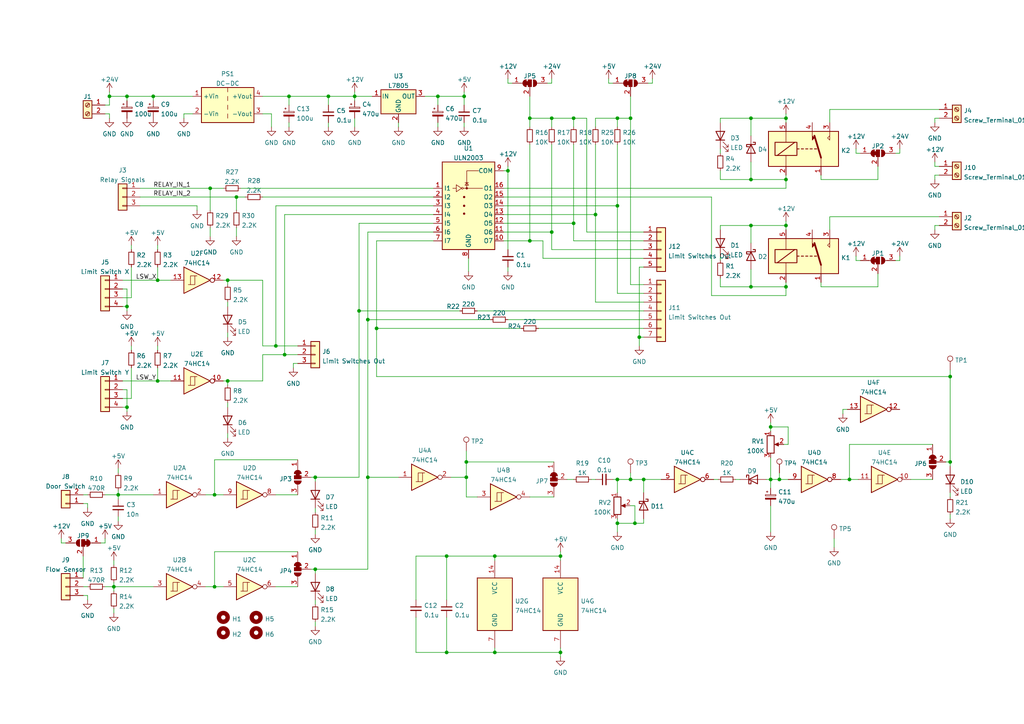
<source format=kicad_sch>
(kicad_sch (version 20230121) (generator eeschema)
  (paper "A4")
  (lib_symbols
    (symbol "74xx:74HC14" (pin_names (offset 1.016))
      (property "Reference" "U" (at 0 1.27 0))
      (property "Value" "74HC14" (at 0 -1.27 0))
      (symbol "74HC14_1_0"
        (pin input line (at -7.62 0 0) (length 3.81) (name "~") (number "1"))
        (pin output inverted (at 7.62 0 180) (length 3.81) (name "~") (number "2"))
      )
      (symbol "74HC14_2_0"
        (pin input line (at -7.62 0 0) (length 3.81) (name "~") (number "3"))
        (pin output inverted (at 7.62 0 180) (length 3.81) (name "~") (number "4"))
      )
      (symbol "74HC14_3_0"
        (pin input line (at -7.62 0 0) (length 3.81) (name "~") (number "5"))
        (pin output inverted (at 7.62 0 180) (length 3.81) (name "~") (number "6"))
      )
      (symbol "74HC14_4_0"
        (pin output inverted (at 7.62 0 180) (length 3.81) (name "~") (number "8"))
        (pin input line (at -7.62 0 0) (length 3.81) (name "~") (number "9"))
      )
      (symbol "74HC14_5_0"
        (pin output inverted (at 7.62 0 180) (length 3.81) (name "~") (number "10"))
        (pin input line (at -7.62 0 0) (length 3.81) (name "~") (number "11"))
      )
      (symbol "74HC14_6_0"
        (pin output inverted (at 7.62 0 180) (length 3.81) (name "~") (number "12"))
        (pin input line (at -7.62 0 0) (length 3.81) (name "~") (number "13"))
      )
      (symbol "74HC14_7_0"
        (pin power_in line (at 0 12.7 270) (length 5.08) (name "VCC") (number "14"))
        (pin power_in line (at 0 -12.7 90) (length 5.08) (name "GND") (number "7"))
      )
    )
    (symbol "Connector:Screw_Terminal_01x02" (pin_names (offset 1.016) hide)
      (property "Reference" "J" (at 0 2.54 0))
      (property "Value" "Screw_Terminal_01x02" (at 0 -5.08 0))
      (symbol "Screw_Terminal_01x02_1_1"
        (pin passive line (at -5.08 0 0) (length 3.81) (name "Pin_1") (number "1"))
        (pin passive line (at -5.08 -2.54 0) (length 3.81) (name "Pin_2") (number "2"))
      )
    )
    (symbol "Connector:TestPoint" (pin_numbers hide) (pin_names (offset 0.762) hide)
      (property "Reference" "TP" (at 0 6.858 0))
      (property "Value" "TestPoint" (at 0 5.08 0))
      (symbol "TestPoint_1_1"
        (pin passive line (at 0 0 90) (length 2.54) (name "1") (number "1"))
      )
    )
    (symbol "Connector_Generic:Conn_01x02" (pin_names (offset 1.016) hide)
      (property "Reference" "J" (at 0 2.54 0))
      (property "Value" "Conn_01x02" (at 0 -5.08 0))
      (symbol "Conn_01x02_1_1"
        (pin passive line (at -5.08 0 0) (length 3.81) (name "Pin_1") (number "1"))
        (pin passive line (at -5.08 -2.54 0) (length 3.81) (name "Pin_2") (number "2"))
      )
    )
    (symbol "Connector_Generic:Conn_01x03" (pin_names (offset 1.016) hide)
      (property "Reference" "J" (at 0 5.08 0))
      (property "Value" "Conn_01x03" (at 0 -5.08 0))
      (symbol "Conn_01x03_1_1"
        (pin passive line (at -5.08 2.54 0) (length 3.81) (name "Pin_1") (number "1"))
        (pin passive line (at -5.08 0 0) (length 3.81) (name "Pin_2") (number "2"))
        (pin passive line (at -5.08 -2.54 0) (length 3.81) (name "Pin_3") (number "3"))
      )
    )
    (symbol "Connector_Generic:Conn_01x04" (pin_names (offset 1.016) hide)
      (property "Reference" "J" (at 0 5.08 0))
      (property "Value" "Conn_01x04" (at 0 -7.62 0))
      (symbol "Conn_01x04_1_1"
        (pin passive line (at -5.08 2.54 0) (length 3.81) (name "Pin_1") (number "1"))
        (pin passive line (at -5.08 0 0) (length 3.81) (name "Pin_2") (number "2"))
        (pin passive line (at -5.08 -2.54 0) (length 3.81) (name "Pin_3") (number "3"))
        (pin passive line (at -5.08 -5.08 0) (length 3.81) (name "Pin_4") (number "4"))
      )
    )
    (symbol "Connector_Generic:Conn_01x05" (pin_names (offset 1.016) hide)
      (property "Reference" "J" (at 0 7.62 0))
      (property "Value" "Conn_01x05" (at 0 -7.62 0))
      (symbol "Conn_01x05_1_1"
        (pin passive line (at -5.08 5.08 0) (length 3.81) (name "Pin_1") (number "1"))
        (pin passive line (at -5.08 2.54 0) (length 3.81) (name "Pin_2") (number "2"))
        (pin passive line (at -5.08 0 0) (length 3.81) (name "Pin_3") (number "3"))
        (pin passive line (at -5.08 -2.54 0) (length 3.81) (name "Pin_4") (number "4"))
        (pin passive line (at -5.08 -5.08 0) (length 3.81) (name "Pin_5") (number "5"))
      )
    )
    (symbol "Connector_Generic:Conn_01x07" (pin_names (offset 1.016) hide)
      (property "Reference" "J" (at 0 10.16 0))
      (property "Value" "Conn_01x07" (at 0 -10.16 0))
      (symbol "Conn_01x07_1_1"
        (pin passive line (at -5.08 7.62 0) (length 3.81) (name "Pin_1") (number "1"))
        (pin passive line (at -5.08 5.08 0) (length 3.81) (name "Pin_2") (number "2"))
        (pin passive line (at -5.08 2.54 0) (length 3.81) (name "Pin_3") (number "3"))
        (pin passive line (at -5.08 0 0) (length 3.81) (name "Pin_4") (number "4"))
        (pin passive line (at -5.08 -2.54 0) (length 3.81) (name "Pin_5") (number "5"))
        (pin passive line (at -5.08 -5.08 0) (length 3.81) (name "Pin_6") (number "6"))
        (pin passive line (at -5.08 -7.62 0) (length 3.81) (name "Pin_7") (number "7"))
      )
    )
    (symbol "Converter_DCDC:DC-DC"
      (property "Reference" "PS" (at -7.62 6.35 0))
      (property "Value" "DC-DC" (at 1.27 6.35 0))
      (symbol "DC-DC_0_0"
        (pin power_in line (at -10.16 2.54 0) (length 2.54) (name "+Vin") (number "1"))
        (pin power_in line (at -10.16 -2.54 0) (length 2.54) (name "-Vin") (number "2"))
        (pin power_out line (at 10.16 -2.54 180) (length 2.54) (name "-Vout") (number "3"))
        (pin power_out line (at 10.16 2.54 180) (length 2.54) (name "+Vout") (number "4"))
      )
    )
    (symbol "Device:C_Polarized_Small" (pin_numbers hide) (pin_names (offset 0.254) hide)
      (property "Reference" "C" (at 0.254 1.778 0))
      (property "Value" "C_Polarized_Small" (at 0.254 -2.032 0))
      (symbol "C_Polarized_Small_1_1"
        (pin passive line (at 0 2.54 270) (length 1.8542) (name "~") (number "1"))
        (pin passive line (at 0 -2.54 90) (length 1.8542) (name "~") (number "2"))
      )
    )
    (symbol "Device:C_Small" (pin_numbers hide) (pin_names (offset 0.254) hide)
      (property "Reference" "C" (at 0.254 1.778 0))
      (property "Value" "C_Small" (at 0.254 -2.032 0))
      (symbol "C_Small_1_1"
        (pin passive line (at 0 2.54 270) (length 2.032) (name "~") (number "1"))
        (pin passive line (at 0 -2.54 90) (length 2.032) (name "~") (number "2"))
      )
    )
    (symbol "Device:D_Schottky" (pin_numbers hide) (pin_names (offset 1.016) hide)
      (property "Reference" "D" (at 0 2.54 0))
      (property "Value" "D_Schottky" (at 0 -2.54 0))
      (symbol "D_Schottky_1_1"
        (pin passive line (at -3.81 0 0) (length 2.54) (name "K") (number "1"))
        (pin passive line (at 3.81 0 180) (length 2.54) (name "A") (number "2"))
      )
    )
    (symbol "Device:LED" (pin_numbers hide) (pin_names (offset 1.016) hide)
      (property "Reference" "D" (at 0 2.54 0))
      (property "Value" "LED" (at 0 -2.54 0))
      (symbol "LED_1_1"
        (pin passive line (at -3.81 0 0) (length 2.54) (name "K") (number "1"))
        (pin passive line (at 3.81 0 180) (length 2.54) (name "A") (number "2"))
      )
    )
    (symbol "Device:R_Potentiometer" (pin_names (offset 1.016) hide)
      (property "Reference" "RV" (at -4.445 0 90))
      (property "Value" "R_Potentiometer" (at -2.54 0 90))
      (symbol "R_Potentiometer_1_1"
        (pin passive line (at 0 3.81 270) (length 1.27) (name "1") (number "1"))
        (pin passive line (at 3.81 0 180) (length 1.27) (name "2") (number "2"))
        (pin passive line (at 0 -3.81 90) (length 1.27) (name "3") (number "3"))
      )
    )
    (symbol "Device:R_Small" (pin_numbers hide) (pin_names (offset 0.254) hide)
      (property "Reference" "R" (at 0.762 0.508 0))
      (property "Value" "R_Small" (at 0.762 -1.016 0))
      (symbol "R_Small_1_1"
        (pin passive line (at 0 2.54 270) (length 0.762) (name "~") (number "1"))
        (pin passive line (at 0 -2.54 90) (length 0.762) (name "~") (number "2"))
      )
    )
    (symbol "Diode:B260" (pin_numbers hide) (pin_names (offset 1.016) hide)
      (property "Reference" "D" (at 0 2.54 0))
      (property "Value" "B260" (at 0 -2.54 0))
      (symbol "B260_1_1"
        (pin passive line (at -3.81 0 0) (length 2.54) (name "K") (number "1"))
        (pin passive line (at 3.81 0 180) (length 2.54) (name "A") (number "2"))
      )
    )
    (symbol "Jumper:SolderJumper_3_Bridged12" (pin_names (offset 0) hide)
      (property "Reference" "JP" (at -2.54 -2.54 0))
      (property "Value" "SolderJumper_3_Bridged12" (at 0 2.794 0))
      (symbol "SolderJumper_3_Bridged12_1_1"
        (pin passive line (at -5.08 0 0) (length 2.54) (name "A") (number "1"))
        (pin input line (at 0 -3.81 90) (length 2.54) (name "C") (number "2"))
        (pin passive line (at 5.08 0 180) (length 2.54) (name "B") (number "3"))
      )
    )
    (symbol "Mechanical:MountingHole" (pin_names (offset 1.016))
      (property "Reference" "H" (at 0 5.08 0))
      (property "Value" "MountingHole" (at 0 3.175 0))
    )
    (symbol "Regulator_Linear:L7805" (pin_names (offset 0.254))
      (property "Reference" "U" (at -3.81 3.175 0))
      (property "Value" "L7805" (at 0 3.175 0))
      (symbol "L7805_1_1"
        (pin power_in line (at -7.62 0 0) (length 2.54) (name "IN") (number "1"))
        (pin power_in line (at 0 -7.62 90) (length 2.54) (name "GND") (number "2"))
        (pin power_out line (at 7.62 0 180) (length 2.54) (name "OUT") (number "3"))
      )
    )
    (symbol "Relay:SANYOU_SRD_Form_C"
      (property "Reference" "K" (at 11.43 3.81 0))
      (property "Value" "SANYOU_SRD_Form_C" (at 11.43 1.27 0))
      (symbol "SANYOU_SRD_Form_C_1_1"
        (pin passive line (at 5.08 -7.62 90) (length 2.54) (name "~") (number "1"))
        (pin passive line (at -5.08 -7.62 90) (length 2.54) (name "~") (number "2"))
        (pin passive line (at 7.62 7.62 270) (length 2.54) (name "~") (number "3"))
        (pin passive line (at 2.54 7.62 270) (length 2.54) (name "~") (number "4"))
        (pin passive line (at -5.08 7.62 270) (length 2.54) (name "~") (number "5"))
      )
    )
    (symbol "Transistor_Array:ULN2003"
      (property "Reference" "U" (at 0 15.875 0))
      (property "Value" "ULN2003" (at 0 13.97 0))
      (symbol "ULN2003_1_1"
        (pin input line (at -10.16 5.08 0) (length 2.54) (name "I1") (number "1"))
        (pin open_collector line (at 10.16 -10.16 180) (length 2.54) (name "O7") (number "10"))
        (pin open_collector line (at 10.16 -7.62 180) (length 2.54) (name "O6") (number "11"))
        (pin open_collector line (at 10.16 -5.08 180) (length 2.54) (name "O5") (number "12"))
        (pin open_collector line (at 10.16 -2.54 180) (length 2.54) (name "O4") (number "13"))
        (pin open_collector line (at 10.16 0 180) (length 2.54) (name "O3") (number "14"))
        (pin open_collector line (at 10.16 2.54 180) (length 2.54) (name "O2") (number "15"))
        (pin open_collector line (at 10.16 5.08 180) (length 2.54) (name "O1") (number "16"))
        (pin input line (at -10.16 2.54 0) (length 2.54) (name "I2") (number "2"))
        (pin input line (at -10.16 0 0) (length 2.54) (name "I3") (number "3"))
        (pin input line (at -10.16 -2.54 0) (length 2.54) (name "I4") (number "4"))
        (pin input line (at -10.16 -5.08 0) (length 2.54) (name "I5") (number "5"))
        (pin input line (at -10.16 -7.62 0) (length 2.54) (name "I6") (number "6"))
        (pin input line (at -10.16 -10.16 0) (length 2.54) (name "I7") (number "7"))
        (pin power_in line (at 0 -15.24 90) (length 2.54) (name "GND") (number "8"))
        (pin passive line (at 10.16 10.16 180) (length 2.54) (name "COM") (number "9"))
      )
    )
    (symbol "power:+12V" (power) (pin_names (offset 0))
      (property "Value" "+12V" (at 0 3.556 0))
      (symbol "+12V_1_1"
        (pin power_in line (at 0 0 90) (length 0) hide (name "+12V") (number "1"))
      )
    )
    (symbol "power:+24V" (power) (pin_names (offset 0))
      (property "Value" "+24V" (at 0 3.556 0))
      (symbol "+24V_1_1"
        (pin power_in line (at 0 0 90) (length 0) hide (name "+24V") (number "1"))
      )
    )
    (symbol "power:+5V" (power) (pin_names (offset 0))
      (property "Value" "+5V" (at 0 3.556 0))
      (symbol "+5V_1_1"
        (pin power_in line (at 0 0 90) (length 0) hide (name "+5V") (number "1"))
      )
    )
    (symbol "power:GND" (power) (pin_names (offset 0))
      (property "Value" "GND" (at 0 -3.81 0))
      (symbol "GND_1_1"
        (pin power_in line (at 0 0 270) (length 0) hide (name "GND") (number "1"))
      )
    )
  )
  (junction (at 184.15 151.765))
  (junction (at 185.42 97.79))
  (junction (at 275.59 133.985))
  (junction (at 129.54 189.23))
  (junction (at 91.44 165.1))
  (junction (at 217.805 65.405))
  (junction (at 134.62 27.94))
  (junction (at 127 27.94))
  (junction (at 106.68 138.43))
  (junction (at 36.83 118.11))
  (junction (at 66.04 110.49))
  (junction (at 104.14 90.17))
  (junction (at 62.23 170.18))
  (junction (at 227.965 52.07))
  (junction (at 82.55 102.87))
  (junction (at 160.02 67.31))
  (junction (at 147.32 49.53))
  (junction (at 44.45 27.94))
  (junction (at 109.22 95.25))
  (junction (at 135.255 138.43))
  (junction (at 227.965 83.185))
  (junction (at 223.52 139.065))
  (junction (at 226.06 139.065))
  (junction (at 31.75 27.94))
  (junction (at 135.255 133.985))
  (junction (at 153.67 69.85))
  (junction (at 34.29 143.51))
  (junction (at 36.83 27.94))
  (junction (at 66.04 81.28))
  (junction (at 275.59 109.22))
  (junction (at 227.965 65.405))
  (junction (at 60.96 54.61))
  (junction (at 166.37 34.29))
  (junction (at 45.72 110.49))
  (junction (at 143.51 189.23))
  (junction (at 179.07 59.69))
  (junction (at 102.87 27.94))
  (junction (at 62.23 143.51))
  (junction (at 36.83 88.9))
  (junction (at 160.02 34.29))
  (junction (at 153.67 34.29))
  (junction (at 179.07 34.29))
  (junction (at 182.88 34.29))
  (junction (at 83.82 27.94))
  (junction (at 106.68 92.71))
  (junction (at 186.69 139.065))
  (junction (at 91.44 138.43))
  (junction (at 217.805 52.07))
  (junction (at 45.72 81.28))
  (junction (at 182.88 139.065))
  (junction (at 223.52 123.825))
  (junction (at 179.07 139.065))
  (junction (at 162.56 161.29))
  (junction (at 95.25 27.94))
  (junction (at 227.965 34.29))
  (junction (at 162.56 189.23))
  (junction (at 166.37 64.77))
  (junction (at 80.01 100.33))
  (junction (at 246.38 139.065))
  (junction (at 217.805 83.185))
  (junction (at 217.805 34.29))
  (junction (at 129.54 161.29))
  (junction (at 172.72 62.23))
  (junction (at 143.51 161.29))
  (junction (at 68.58 57.15))
  (junction (at 33.02 170.18))
  (junction (at 179.07 151.765))
  (wire (pts (xy 275.59 135.255) (xy 275.59 133.985)))
  (wire (pts (xy 166.37 34.29) (xy 166.37 36.83)))
  (wire (pts (xy 227.965 65.405) (xy 217.805 65.405)))
  (wire (pts (xy 35.56 83.82) (xy 36.83 83.82)))
  (wire (pts (xy 157.48 74.93) (xy 186.69 74.93)))
  (wire (pts (xy 91.44 166.37) (xy 91.44 165.1)))
  (wire (pts (xy 68.58 60.96) (xy 68.58 57.15)))
  (wire (pts (xy 189.23 22.86) (xy 189.23 24.13)))
  (wire (pts (xy 238.125 81.915) (xy 238.125 83.185)))
  (wire (pts (xy 186.69 151.765) (xy 184.15 151.765)))
  (wire (pts (xy 36.83 29.21) (xy 36.83 27.94)))
  (wire (pts (xy 62.23 170.18) (xy 64.77 170.18)))
  (wire (pts (xy 248.285 74.295) (xy 248.285 75.565)))
  (wire (pts (xy 123.19 27.94) (xy 127 27.94)))
  (wire (pts (xy 228.6 128.905) (xy 227.33 128.905)))
  (wire (pts (xy 271.145 48.26) (xy 271.145 46.99)))
  (wire (pts (xy 78.74 33.02) (xy 76.2 33.02)))
  (wire (pts (xy 259.715 44.45) (xy 260.985 44.45)))
  (wire (pts (xy 104.14 64.77) (xy 125.73 64.77)))
  (wire (pts (xy 146.05 64.77) (xy 166.37 64.77)))
  (wire (pts (xy 223.52 146.685) (xy 223.52 154.305)))
  (wire (pts (xy 30.48 33.02) (xy 31.75 33.02)))
  (wire (pts (xy 24.13 143.51) (xy 25.4 143.51)))
  (wire (pts (xy 241.935 156.21) (xy 241.935 158.75)))
  (wire (pts (xy 35.56 81.28) (xy 45.72 81.28)))
  (wire (pts (xy 115.57 35.56) (xy 115.57 36.83)))
  (wire (pts (xy 244.475 120.015) (xy 244.475 118.745)))
  (wire (pts (xy 38.1 77.47) (xy 38.1 86.36)))
  (wire (pts (xy 186.69 77.47) (xy 185.42 77.47)))
  (wire (pts (xy 162.56 162.56) (xy 162.56 161.29)))
  (wire (pts (xy 208.915 34.29) (xy 217.805 34.29)))
  (wire (pts (xy 160.655 133.985) (xy 135.255 133.985)))
  (wire (pts (xy 162.56 189.23) (xy 143.51 189.23)))
  (wire (pts (xy 66.04 81.28) (xy 66.04 82.55)))
  (wire (pts (xy 179.07 150.495) (xy 179.07 151.765)))
  (wire (pts (xy 59.69 170.18) (xy 62.23 170.18)))
  (wire (pts (xy 179.07 139.065) (xy 182.88 139.065)))
  (wire (pts (xy 227.965 83.185) (xy 227.965 81.915)))
  (wire (pts (xy 271.145 52.07) (xy 271.145 50.8)))
  (wire (pts (xy 260.985 75.565) (xy 260.985 74.295)))
  (wire (pts (xy 24.13 170.18) (xy 25.4 170.18)))
  (wire (pts (xy 83.82 27.94) (xy 76.2 27.94)))
  (wire (pts (xy 76.2 102.87) (xy 82.55 102.87)))
  (wire (pts (xy 38.1 71.12) (xy 38.1 72.39)))
  (wire (pts (xy 80.01 100.33) (xy 80.01 59.69)))
  (wire (pts (xy 64.77 110.49) (xy 66.04 110.49)))
  (wire (pts (xy 153.67 144.145) (xy 160.655 144.145)))
  (wire (pts (xy 184.15 151.765) (xy 179.07 151.765)))
  (wire (pts (xy 106.68 138.43) (xy 106.68 165.1)))
  (wire (pts (xy 38.1 100.33) (xy 38.1 101.6)))
  (wire (pts (xy 227.965 85.725) (xy 227.965 83.185)))
  (wire (pts (xy 217.805 65.405) (xy 217.805 70.485)))
  (wire (pts (xy 76.2 110.49) (xy 66.04 110.49)))
  (wire (pts (xy 83.82 35.56) (xy 83.82 36.83)))
  (wire (pts (xy 78.74 36.83) (xy 78.74 33.02)))
  (wire (pts (xy 153.67 34.29) (xy 160.02 34.29)))
  (wire (pts (xy 57.15 60.96) (xy 57.15 59.69)))
  (wire (pts (xy 227.965 65.405) (xy 227.965 66.675)))
  (wire (pts (xy 166.37 69.85) (xy 166.37 64.77)))
  (wire (pts (xy 45.72 100.33) (xy 45.72 101.6)))
  (wire (pts (xy 45.72 106.68) (xy 45.72 110.49)))
  (wire (pts (xy 179.07 59.69) (xy 179.07 85.09)))
  (wire (pts (xy 176.53 24.13) (xy 177.8 24.13)))
  (wire (pts (xy 127 27.94) (xy 127 30.48)))
  (wire (pts (xy 228.6 123.825) (xy 228.6 128.905)))
  (wire (pts (xy 68.58 57.15) (xy 71.12 57.15)))
  (wire (pts (xy 40.64 54.61) (xy 60.96 54.61)))
  (wire (pts (xy 185.42 97.79) (xy 186.69 97.79)))
  (wire (pts (xy 186.69 139.065) (xy 191.77 139.065)))
  (wire (pts (xy 146.05 59.69) (xy 179.07 59.69)))
  (wire (pts (xy 30.48 143.51) (xy 34.29 143.51)))
  (wire (pts (xy 36.83 113.03) (xy 36.83 118.11)))
  (wire (pts (xy 91.44 138.43) (xy 90.17 138.43)))
  (wire (pts (xy 275.59 149.225) (xy 275.59 150.495)))
  (wire (pts (xy 240.665 35.56) (xy 240.665 31.75)))
  (wire (pts (xy 106.68 67.31) (xy 106.68 92.71)))
  (wire (pts (xy 143.51 189.23) (xy 129.54 189.23)))
  (wire (pts (xy 129.54 173.99) (xy 129.54 161.29)))
  (wire (pts (xy 109.22 69.85) (xy 109.22 95.25)))
  (wire (pts (xy 17.78 156.21) (xy 17.78 157.48)))
  (wire (pts (xy 91.44 173.99) (xy 91.44 175.26)))
  (wire (pts (xy 76.2 81.28) (xy 66.04 81.28)))
  (wire (pts (xy 109.22 95.25) (xy 109.22 109.22)))
  (wire (pts (xy 177.8 139.065) (xy 179.07 139.065)))
  (wire (pts (xy 146.05 69.85) (xy 153.67 69.85)))
  (wire (pts (xy 34.29 143.51) (xy 44.45 143.51)))
  (wire (pts (xy 33.02 170.18) (xy 33.02 171.45)))
  (wire (pts (xy 146.05 54.61) (xy 227.965 54.61)))
  (wire (pts (xy 164.465 139.065) (xy 166.37 139.065)))
  (wire (pts (xy 33.02 162.56) (xy 33.02 163.83)))
  (wire (pts (xy 90.17 165.1) (xy 91.44 165.1)))
  (wire (pts (xy 227.965 52.07) (xy 227.965 54.61)))
  (wire (pts (xy 57.15 59.69) (xy 40.64 59.69)))
  (wire (pts (xy 30.48 30.48) (xy 31.75 30.48)))
  (wire (pts (xy 66.04 96.52) (xy 66.04 97.79)))
  (wire (pts (xy 40.64 57.15) (xy 68.58 57.15)))
  (wire (pts (xy 66.04 110.49) (xy 66.04 111.76)))
  (wire (pts (xy 271.145 66.675) (xy 271.145 65.405)))
  (wire (pts (xy 31.75 33.02) (xy 31.75 34.29)))
  (wire (pts (xy 275.59 109.22) (xy 275.59 133.985)))
  (wire (pts (xy 91.44 139.7) (xy 91.44 138.43)))
  (wire (pts (xy 186.69 142.875) (xy 186.69 139.065)))
  (wire (pts (xy 30.48 170.18) (xy 33.02 170.18)))
  (wire (pts (xy 208.915 35.56) (xy 208.915 34.29)))
  (wire (pts (xy 24.13 161.29) (xy 24.13 167.64)))
  (wire (pts (xy 254.635 52.07) (xy 254.635 48.26)))
  (wire (pts (xy 156.21 95.25) (xy 186.69 95.25)))
  (wire (pts (xy 135.89 74.93) (xy 135.89 78.74)))
  (wire (pts (xy 80.01 143.51) (xy 86.36 143.51)))
  (wire (pts (xy 36.83 90.17) (xy 36.83 88.9)))
  (wire (pts (xy 129.54 189.23) (xy 129.54 179.07)))
  (wire (pts (xy 85.09 105.41) (xy 86.36 105.41)))
  (wire (pts (xy 217.805 52.07) (xy 227.965 52.07)))
  (wire (pts (xy 134.62 35.56) (xy 134.62 36.83)))
  (wire (pts (xy 208.915 49.53) (xy 208.915 52.07)))
  (wire (pts (xy 170.18 67.31) (xy 170.18 34.29)))
  (wire (pts (xy 186.69 67.31) (xy 170.18 67.31)))
  (wire (pts (xy 36.83 83.82) (xy 36.83 88.9)))
  (wire (pts (xy 223.52 139.065) (xy 226.06 139.065)))
  (wire (pts (xy 62.23 143.51) (xy 64.77 143.51)))
  (wire (pts (xy 158.75 24.13) (xy 160.02 24.13)))
  (wire (pts (xy 227.965 64.135) (xy 227.965 65.405)))
  (wire (pts (xy 34.29 144.78) (xy 34.29 143.51)))
  (wire (pts (xy 182.88 34.29) (xy 179.07 34.29)))
  (wire (pts (xy 179.07 41.91) (xy 179.07 59.69)))
  (wire (pts (xy 147.32 22.86) (xy 147.32 24.13)))
  (wire (pts (xy 138.43 90.17) (xy 186.69 90.17)))
  (wire (pts (xy 208.915 80.645) (xy 208.915 83.185)))
  (wire (pts (xy 172.72 41.91) (xy 172.72 62.23)))
  (wire (pts (xy 30.48 156.21) (xy 30.48 157.48)))
  (wire (pts (xy 153.67 36.83) (xy 153.67 34.29)))
  (wire (pts (xy 91.44 138.43) (xy 104.14 138.43)))
  (wire (pts (xy 25.4 172.72) (xy 24.13 172.72)))
  (wire (pts (xy 240.665 31.75) (xy 272.415 31.75)))
  (wire (pts (xy 248.92 139.065) (xy 246.38 139.065)))
  (wire (pts (xy 160.02 41.91) (xy 160.02 67.31)))
  (wire (pts (xy 134.62 27.94) (xy 134.62 30.48)))
  (wire (pts (xy 133.35 90.17) (xy 104.14 90.17)))
  (wire (pts (xy 227.965 33.02) (xy 227.965 34.29)))
  (wire (pts (xy 36.83 118.11) (xy 35.56 118.11)))
  (wire (pts (xy 45.72 77.47) (xy 45.72 81.28)))
  (wire (pts (xy 25.4 173.99) (xy 25.4 172.72)))
  (wire (pts (xy 248.285 43.18) (xy 248.285 44.45)))
  (wire (pts (xy 95.25 35.56) (xy 95.25 36.83)))
  (wire (pts (xy 223.52 132.715) (xy 223.52 139.065)))
  (wire (pts (xy 187.96 24.13) (xy 189.23 24.13)))
  (wire (pts (xy 17.78 157.48) (xy 19.05 157.48)))
  (wire (pts (xy 172.72 34.29) (xy 179.07 34.29)))
  (wire (pts (xy 91.44 165.1) (xy 106.68 165.1)))
  (wire (pts (xy 95.25 27.94) (xy 95.25 30.48)))
  (wire (pts (xy 240.665 66.675) (xy 240.665 62.865)))
  (wire (pts (xy 243.84 139.065) (xy 246.38 139.065)))
  (wire (pts (xy 143.51 161.29) (xy 143.51 162.56)))
  (wire (pts (xy 223.52 122.555) (xy 223.52 123.825)))
  (wire (pts (xy 31.75 30.48) (xy 31.75 27.94)))
  (wire (pts (xy 146.05 57.15) (xy 206.375 57.15)))
  (wire (pts (xy 238.125 52.07) (xy 254.635 52.07)))
  (wire (pts (xy 208.915 74.295) (xy 208.915 75.565)))
  (wire (pts (xy 176.53 22.86) (xy 176.53 24.13)))
  (wire (pts (xy 104.14 90.17) (xy 104.14 138.43)))
  (wire (pts (xy 34.29 135.89) (xy 34.29 137.16)))
  (wire (pts (xy 102.87 27.94) (xy 107.95 27.94)))
  (wire (pts (xy 186.69 72.39) (xy 160.02 72.39)))
  (wire (pts (xy 223.52 123.825) (xy 223.52 125.095)))
  (wire (pts (xy 66.04 116.84) (xy 66.04 118.11)))
  (wire (pts (xy 60.96 54.61) (xy 64.77 54.61)))
  (wire (pts (xy 217.805 78.105) (xy 217.805 83.185)))
  (wire (pts (xy 238.125 83.185) (xy 254.635 83.185)))
  (wire (pts (xy 86.36 160.02) (xy 62.23 160.02)))
  (wire (pts (xy 30.48 157.48) (xy 29.21 157.48)))
  (wire (pts (xy 38.1 115.57) (xy 35.56 115.57)))
  (wire (pts (xy 34.29 143.51) (xy 34.29 142.24)))
  (wire (pts (xy 275.59 107.315) (xy 275.59 109.22)))
  (wire (pts (xy 143.51 187.96) (xy 143.51 189.23)))
  (wire (pts (xy 274.32 133.985) (xy 275.59 133.985)))
  (wire (pts (xy 120.65 179.07) (xy 120.65 189.23)))
  (wire (pts (xy 127 35.56) (xy 127 36.83)))
  (wire (pts (xy 213.36 139.065) (xy 214.63 139.065)))
  (wire (pts (xy 106.68 92.71) (xy 142.24 92.71)))
  (wire (pts (xy 217.805 83.185) (xy 227.965 83.185)))
  (wire (pts (xy 172.72 87.63) (xy 186.69 87.63)))
  (wire (pts (xy 104.14 64.77) (xy 104.14 90.17)))
  (wire (pts (xy 38.1 86.36) (xy 35.56 86.36)))
  (wire (pts (xy 206.375 85.725) (xy 206.375 57.15)))
  (wire (pts (xy 135.255 138.43) (xy 135.255 144.145)))
  (wire (pts (xy 185.42 77.47) (xy 185.42 97.79)))
  (wire (pts (xy 147.32 48.26) (xy 147.32 49.53)))
  (wire (pts (xy 275.59 142.875) (xy 275.59 144.145)))
  (wire (pts (xy 35.56 110.49) (xy 45.72 110.49)))
  (wire (pts (xy 254.635 83.185) (xy 254.635 79.375)))
  (wire (pts (xy 147.32 49.53) (xy 146.05 49.53)))
  (wire (pts (xy 134.62 27.94) (xy 127 27.94)))
  (wire (pts (xy 120.65 173.99) (xy 120.65 161.29)))
  (wire (pts (xy 102.87 26.67) (xy 102.87 27.94)))
  (wire (pts (xy 246.38 128.905) (xy 246.38 139.065)))
  (wire (pts (xy 208.915 43.18) (xy 208.915 44.45)))
  (wire (pts (xy 223.52 141.605) (xy 223.52 139.065)))
  (wire (pts (xy 135.255 144.145) (xy 138.43 144.145)))
  (wire (pts (xy 223.52 123.825) (xy 228.6 123.825)))
  (wire (pts (xy 102.87 29.21) (xy 102.87 27.94)))
  (wire (pts (xy 45.72 81.28) (xy 49.53 81.28)))
  (wire (pts (xy 33.02 170.18) (xy 44.45 170.18)))
  (wire (pts (xy 172.72 62.23) (xy 172.72 87.63)))
  (wire (pts (xy 135.255 133.985) (xy 135.255 138.43)))
  (wire (pts (xy 36.83 119.38) (xy 36.83 118.11)))
  (wire (pts (xy 153.67 41.91) (xy 153.67 69.85)))
  (wire (pts (xy 182.88 82.55) (xy 186.69 82.55)))
  (wire (pts (xy 248.285 75.565) (xy 249.555 75.565)))
  (wire (pts (xy 185.42 97.79) (xy 185.42 100.33)))
  (wire (pts (xy 227.965 85.725) (xy 206.375 85.725)))
  (wire (pts (xy 186.69 85.09) (xy 179.07 85.09)))
  (wire (pts (xy 171.45 139.065) (xy 172.72 139.065)))
  (wire (pts (xy 162.56 187.96) (xy 162.56 189.23)))
  (wire (pts (xy 53.34 34.29) (xy 53.34 33.02)))
  (wire (pts (xy 62.23 133.35) (xy 62.23 143.51)))
  (wire (pts (xy 115.57 138.43) (xy 106.68 138.43)))
  (wire (pts (xy 68.58 68.58) (xy 68.58 66.04)))
  (wire (pts (xy 160.02 67.31) (xy 146.05 67.31)))
  (wire (pts (xy 157.48 69.85) (xy 157.48 74.93)))
  (wire (pts (xy 34.29 149.86) (xy 34.29 151.13)))
  (wire (pts (xy 208.915 66.675) (xy 208.915 65.405)))
  (wire (pts (xy 25.4 147.32) (xy 25.4 146.05)))
  (wire (pts (xy 227.965 34.29) (xy 227.965 35.56)))
  (wire (pts (xy 60.96 66.04) (xy 60.96 68.58)))
  (wire (pts (xy 162.56 190.5) (xy 162.56 189.23)))
  (wire (pts (xy 223.52 139.065) (xy 222.25 139.065)))
  (wire (pts (xy 69.85 54.61) (xy 125.73 54.61)))
  (wire (pts (xy 270.51 128.905) (xy 246.38 128.905)))
  (wire (pts (xy 35.56 113.03) (xy 36.83 113.03)))
  (wire (pts (xy 83.82 27.94) (xy 95.25 27.94)))
  (wire (pts (xy 272.415 48.26) (xy 271.145 48.26)))
  (wire (pts (xy 95.25 27.94) (xy 102.87 27.94)))
  (wire (pts (xy 91.44 153.67) (xy 91.44 154.94)))
  (wire (pts (xy 134.62 26.67) (xy 134.62 27.94)))
  (wire (pts (xy 130.81 138.43) (xy 135.255 138.43)))
  (wire (pts (xy 226.06 137.16) (xy 226.06 139.065)))
  (wire (pts (xy 271.145 34.29) (xy 272.415 34.29)))
  (wire (pts (xy 153.67 27.94) (xy 153.67 34.29)))
  (wire (pts (xy 129.54 161.29) (xy 143.51 161.29)))
  (wire (pts (xy 62.23 160.02) (xy 62.23 170.18)))
  (wire (pts (xy 186.69 69.85) (xy 166.37 69.85)))
  (wire (pts (xy 179.07 34.29) (xy 179.07 36.83)))
  (wire (pts (xy 179.07 151.765) (xy 179.07 154.305)))
  (wire (pts (xy 91.44 180.34) (xy 91.44 181.61)))
  (wire (pts (xy 182.88 139.065) (xy 186.69 139.065)))
  (wire (pts (xy 38.1 106.68) (xy 38.1 115.57)))
  (wire (pts (xy 166.37 41.91) (xy 166.37 64.77)))
  (wire (pts (xy 76.2 100.33) (xy 76.2 81.28)))
  (wire (pts (xy 162.56 161.29) (xy 162.56 160.02)))
  (wire (pts (xy 120.65 161.29) (xy 129.54 161.29)))
  (wire (pts (xy 76.2 102.87) (xy 76.2 110.49)))
  (wire (pts (xy 217.805 34.29) (xy 217.805 39.37)))
  (wire (pts (xy 33.02 170.18) (xy 33.02 168.91)))
  (wire (pts (xy 80.01 170.18) (xy 86.36 170.18)))
  (wire (pts (xy 25.4 146.05) (xy 24.13 146.05)))
  (wire (pts (xy 179.07 142.875) (xy 179.07 139.065)))
  (wire (pts (xy 227.965 34.29) (xy 217.805 34.29)))
  (wire (pts (xy 82.55 62.23) (xy 125.73 62.23)))
  (wire (pts (xy 182.88 146.685) (xy 184.15 146.685)))
  (wire (pts (xy 208.915 52.07) (xy 217.805 52.07)))
  (wire (pts (xy 83.82 30.48) (xy 83.82 27.94)))
  (wire (pts (xy 147.32 92.71) (xy 186.69 92.71)))
  (wire (pts (xy 207.01 139.065) (xy 208.28 139.065)))
  (wire (pts (xy 186.69 150.495) (xy 186.69 151.765)))
  (wire (pts (xy 44.45 27.94) (xy 55.88 27.94)))
  (wire (pts (xy 86.36 133.35) (xy 62.23 133.35)))
  (wire (pts (xy 66.04 125.73) (xy 66.04 127)))
  (wire (pts (xy 44.45 29.21) (xy 44.45 27.94)))
  (wire (pts (xy 184.15 146.685) (xy 184.15 151.765)))
  (wire (pts (xy 125.73 67.31) (xy 106.68 67.31)))
  (wire (pts (xy 264.16 139.065) (xy 270.51 139.065)))
  (wire (pts (xy 271.145 35.56) (xy 271.145 34.29)))
  (wire (pts (xy 153.67 69.85) (xy 157.48 69.85)))
  (wire (pts (xy 146.05 62.23) (xy 172.72 62.23)))
  (wire (pts (xy 60.96 54.61) (xy 60.96 60.96)))
  (wire (pts (xy 45.72 110.49) (xy 49.53 110.49)))
  (wire (pts (xy 244.475 118.745) (xy 245.745 118.745)))
  (wire (pts (xy 182.88 137.16) (xy 182.88 139.065)))
  (wire (pts (xy 120.65 189.23) (xy 129.54 189.23)))
  (wire (pts (xy 143.51 161.29) (xy 162.56 161.29)))
  (wire (pts (xy 45.72 71.12) (xy 45.72 72.39)))
  (wire (pts (xy 36.83 27.94) (xy 31.75 27.94)))
  (wire (pts (xy 259.715 75.565) (xy 260.985 75.565)))
  (wire (pts (xy 109.22 109.22) (xy 275.59 109.22)))
  (wire (pts (xy 147.32 24.13) (xy 148.59 24.13)))
  (wire (pts (xy 64.77 81.28) (xy 66.04 81.28)))
  (wire (pts (xy 44.45 27.94) (xy 36.83 27.94)))
  (wire (pts (xy 160.02 34.29) (xy 160.02 36.83)))
  (wire (pts (xy 260.985 44.45) (xy 260.985 43.18)))
  (wire (pts (xy 227.965 52.07) (xy 227.965 50.8)))
  (wire (pts (xy 53.34 33.02) (xy 55.88 33.02)))
  (wire (pts (xy 166.37 34.29) (xy 160.02 34.29)))
  (wire (pts (xy 226.06 139.065) (xy 228.6 139.065)))
  (wire (pts (xy 85.09 106.68) (xy 85.09 105.41)))
  (wire (pts (xy 182.88 34.29) (xy 182.88 82.55)))
  (wire (pts (xy 59.69 143.51) (xy 62.23 143.51)))
  (wire (pts (xy 80.01 100.33) (xy 76.2 100.33)))
  (wire (pts (xy 147.32 77.47) (xy 147.32 78.74)))
  (wire (pts (xy 66.04 87.63) (xy 66.04 88.9)))
  (wire (pts (xy 217.805 46.99) (xy 217.805 52.07)))
  (wire (pts (xy 33.02 176.53) (xy 33.02 177.8)))
  (wire (pts (xy 91.44 147.32) (xy 91.44 148.59)))
  (wire (pts (xy 271.145 50.8) (xy 272.415 50.8)))
  (wire (pts (xy 80.01 59.69) (xy 125.73 59.69)))
  (wire (pts (xy 135.255 130.81) (xy 135.255 133.985)))
  (wire (pts (xy 82.55 102.87) (xy 82.55 62.23)))
  (wire (pts (xy 106.68 92.71) (xy 106.68 138.43)))
  (wire (pts (xy 36.83 88.9) (xy 35.56 88.9)))
  (wire (pts (xy 172.72 36.83) (xy 172.72 34.29)))
  (wire (pts (xy 271.145 65.405) (xy 272.415 65.405)))
  (wire (pts (xy 109.22 95.25) (xy 151.13 95.25)))
  (wire (pts (xy 238.125 50.8) (xy 238.125 52.07)))
  (wire (pts (xy 82.55 102.87) (xy 86.36 102.87)))
  (wire (pts (xy 170.18 34.29) (xy 166.37 34.29)))
  (wire (pts (xy 182.88 27.94) (xy 182.88 34.29)))
  (wire (pts (xy 147.32 72.39) (xy 147.32 49.53)))
  (wire (pts (xy 102.87 34.29) (xy 102.87 36.83)))
  (wire (pts (xy 240.665 62.865) (xy 272.415 62.865)))
  (wire (pts (xy 208.915 65.405) (xy 217.805 65.405)))
  (wire (pts (xy 248.285 44.45) (xy 249.555 44.45)))
  (wire (pts (xy 76.2 57.15) (xy 125.73 57.15)))
  (wire (pts (xy 86.36 100.33) (xy 80.01 100.33)))
  (wire (pts (xy 208.915 83.185) (xy 217.805 83.185)))
  (wire (pts (xy 125.73 69.85) (xy 109.22 69.85)))
  (wire (pts (xy 160.02 24.13) (xy 160.02 22.86)))
  (wire (pts (xy 160.02 72.39) (xy 160.02 67.31)))
  (wire (pts (xy 31.75 27.94) (xy 31.75 26.67)))
  (label "RELAY_IN_2" (at 44.45 57.15 0))
  (label "RELAY_IN_1" (at 44.45 54.61 0))
  (label "LSW_Y" (at 39.37 110.49 0))
  (label "LSW_X" (at 39.37 81.28 0))
  (symbol (lib_id "power:+5V") (at 34.29 135.89 0) (unit 1)
    (property "Reference" "#PWR0122" (effects hide))
    (property "Value" "+5V" (at 34.29 132.2855 0))
  )
  (symbol (lib_id "Device:R_Small") (at 68.58 63.5 0) (unit 1)
    (property "Reference" "R30" (at 70.0786 62.5915 0) (effects (justify left)))
    (property "Value" "2.2K" (at 70.0786 65.3666 0) (effects (justify left)))
    (property "Footprint" "Resistor_THT:R_Axial_DIN0204_L3.6mm_D1.6mm_P7.62mm_Horizontal" (effects hide))
  )
  (symbol (lib_id "power:GND") (at 53.34 34.29 0) (unit 1)
    (property "Reference" "#PWR0138" (effects hide))
    (property "Value" "GND" (at 53.34 38.8525 0))
  )
  (symbol (lib_id "power:GND") (at 185.42 100.33 0) (unit 1)
    (property "Reference" "#PWR012" (effects hide))
    (property "Value" "GND" (at 185.42 104.8925 0))
  )
  (symbol (lib_id "power:GND") (at 44.45 34.29 0) (unit 1)
    (property "Reference" "#PWR04" (effects hide))
    (property "Value" "GND" (at 44.45 38.8525 0))
  )
  (symbol (lib_id "power:GND") (at 57.15 60.96 0) (unit 1)
    (property "Reference" "#PWR0132" (effects hide))
    (property "Value" "GND" (at 57.15 65.5225 0))
  )
  (symbol (lib_id "power:GND") (at 271.145 35.56 0) (unit 1)
    (property "Reference" "#PWR0109" (effects hide))
    (property "Value" "GND" (at 271.145 40.1225 0))
  )
  (symbol (lib_id "power:+5V") (at 223.52 122.555 0) (unit 1)
    (property "Reference" "#PWR013" (effects hide))
    (property "Value" "+5V" (at 223.52 118.9505 0))
  )
  (symbol (lib_id "Device:R_Small") (at 208.915 78.105 0) (unit 1)
    (property "Reference" "R1" (at 210.4136 77.1965 0) (effects (justify left)))
    (property "Value" "2.2K" (at 210.4136 79.9716 0) (effects (justify left)))
    (property "Footprint" "Resistor_THT:R_Axial_DIN0204_L3.6mm_D1.6mm_P7.62mm_Horizontal" (effects hide))
  )
  (symbol (lib_id "power:+5V") (at 33.02 162.56 0) (unit 1)
    (property "Reference" "#PWR0117" (effects hide))
    (property "Value" "+5V" (at 33.02 158.9555 0))
  )
  (symbol (lib_id "Device:R_Small") (at 38.1 74.93 0) (unit 1)
    (property "Reference" "R2" (at 39.5986 74.0215 0) (effects (justify left)))
    (property "Value" "2.2K" (at 39.5986 76.7966 0) (effects (justify left)))
    (property "Footprint" "Resistor_THT:R_Axial_DIN0204_L3.6mm_D1.6mm_P7.62mm_Horizontal" (effects hide))
  )
  (symbol (lib_id "power:GND") (at 66.04 97.79 0) (unit 1)
    (property "Reference" "#PWR0127" (effects hide))
    (property "Value" "GND" (at 66.04 102.3525 0))
  )
  (symbol (lib_id "Diode:B260") (at 217.805 74.295 270) (unit 1)
    (property "Reference" "D2" (at 219.837 74.4565 90) (effects (justify left)))
    (property "Value" "B260" (effects hide))
    (property "Footprint" "Diode_THT:D_DO-15_P12.70mm_Horizontal" (effects hide))
    (property "Datasheet" "http://www.jameco.com/Jameco/Products/ProdDS/1538777.pdf" (effects hide))
  )
  (symbol (lib_id "Connector_Generic:Conn_01x03") (at 19.05 170.18 0) (mirror y) (unit 1)
    (property "Reference" "J9" (at 19.05 162.4035 0))
    (property "Value" "Flow Sensor" (at 19.05 165.1786 0))
    (property "Footprint" "Connector_JST:JST_XH_B3B-XH-AM_1x03_P2.50mm_Vertical" (effects hide))
  )
  (symbol (lib_id "power:GND") (at 244.475 120.015 0) (unit 1)
    (property "Reference" "#PWR0137" (effects hide))
    (property "Value" "GND" (at 244.475 124.5775 0))
  )
  (symbol (lib_id "Device:C_Small") (at 147.32 74.93 0) (unit 1)
    (property "Reference" "C1" (at 149.6441 74.0278 0) (effects (justify left)))
    (property "Value" "0.1u" (at 149.6441 76.8029 0) (effects (justify left)))
    (property "Footprint" "Capacitor_THT:C_Disc_D3.8mm_W2.6mm_P2.50mm" (effects hide))
  )
  (symbol (lib_id "Connector_Generic:Conn_01x07") (at 191.77 90.17 0) (unit 1)
    (property "Reference" "J11" (at 193.802 89.2615 0) (effects (justify left)))
    (property "Value" "Limit Switches Out" (at 193.802 92.0366 0) (effects (justify left)))
    (property "Footprint" "Connector_JST:JST_XA_B07B-XASK-1_1x07_P2.50mm_Vertical" (effects hide))
  )
  (symbol (lib_id "power:+5V") (at 162.56 160.02 0) (unit 1)
    (property "Reference" "#PWR0112" (effects hide))
    (property "Value" "+5V" (at 162.56 156.4155 0))
  )
  (symbol (lib_id "Device:C_Small") (at 134.62 33.02 0) (unit 1)
    (property "Reference" "C7" (at 136.9441 32.1178 0) (effects (justify left)))
    (property "Value" "0.1u" (at 136.9441 34.8929 0) (effects (justify left)))
    (property "Footprint" "Capacitor_THT:C_Disc_D3.8mm_W2.6mm_P2.50mm" (effects hide))
  )
  (symbol (lib_id "Device:R_Potentiometer") (at 223.52 128.905 0) (unit 1)
    (property "Reference" "RV1" (at 221.7421 127.9965 0) (effects (justify right)))
    (property "Value" "100K" (at 221.7421 130.7716 0) (effects (justify right)))
    (property "Footprint" "Potentiometer_THT:Potentiometer_Bourns_3299Y_Vertical" (effects hide))
  )
  (symbol (lib_id "Device:R_Small") (at 33.02 173.99 180) (unit 1)
    (property "Reference" "R14" (at 34.5186 173.0815 0) (effects (justify right)))
    (property "Value" "2.2K" (at 34.5186 175.8566 0) (effects (justify right)))
    (property "Footprint" "Resistor_THT:R_Axial_DIN0204_L3.6mm_D1.6mm_P7.62mm_Horizontal" (effects hide))
  )
  (symbol (lib_id "Jumper:SolderJumper_3_Bridged12") (at 270.51 133.985 90) (mirror x) (unit 1)
    (property "Reference" "JP6" (at 268.859 134.464 90) (effects (justify left)))
    (property "Value" "SolderJumper_3_Bridged12" (effects hide))
    (property "Footprint" "Jumper:SolderJumper-3_P1.3mm_Bridged12_Pad1.0x1.5mm_NumberLabels" (effects hide))
  )
  (symbol (lib_id "Jumper:SolderJumper_3_Bridged12") (at 254.635 75.565 0) (unit 1)
    (property "Reference" "JP1" (at 254.635 73.4845 0))
    (property "Value" "SolderJumper_3_Bridged12" (effects hide))
    (property "Footprint" "Jumper:SolderJumper-3_P1.3mm_Bridged12_Pad1.0x1.5mm_NumberLabels" (effects hide))
  )
  (symbol (lib_id "power:GND") (at 162.56 190.5 0) (unit 1)
    (property "Reference" "#PWR0113" (effects hide))
    (property "Value" "GND" (at 162.56 195.0625 0))
  )
  (symbol (lib_id "power:GND") (at 241.935 158.75 0) (unit 1)
    (property "Reference" "#PWR023" (effects hide))
    (property "Value" "GND" (at 241.935 163.3125 0))
  )
  (symbol (lib_id "74xx:74HC14") (at 52.07 170.18 0) (unit 2)
    (property "Reference" "U2" (at 52.07 162.4035 0))
    (property "Value" "74HC14" (at 52.07 165.1786 0))
    (property "Footprint" "Package_DIP:DIP-14_W7.62mm_Socket_LongPads" (effects hide))
    (property "Datasheet" "http://www.ti.com/lit/gpn/sn74HC14" (effects hide))
  )
  (symbol (lib_id "Device:R_Small") (at 166.37 39.37 0) (unit 1)
    (property "Reference" "R18" (at 167.8686 38.4615 0) (effects (justify left)))
    (property "Value" "10K" (at 167.8686 41.2366 0) (effects (justify left)))
    (property "Footprint" "Resistor_THT:R_Axial_DIN0204_L3.6mm_D1.6mm_P10.16mm_Horizontal" (effects hide))
  )
  (symbol (lib_id "Device:D_Schottky") (at 218.44 139.065 0) (unit 1)
    (property "Reference" "D9" (at 218.1225 136.6035 0))
    (property "Value" "D_Schottky" (effects hide))
    (property "Footprint" "Diode_THT:D_DO-15_P12.70mm_Horizontal" (effects hide))
  )
  (symbol (lib_id "power:GND") (at 147.32 78.74 0) (unit 1)
    (property "Reference" "#PWR0101" (effects hide))
    (property "Value" "GND" (at 147.32 83.3025 0))
  )
  (symbol (lib_id "Connector_Generic:Conn_01x04") (at 30.48 113.03 0) (mirror y) (unit 1)
    (property "Reference" "J7" (at 30.48 105.2535 0))
    (property "Value" "Limit Switch Y" (at 30.48 108.0286 0))
    (property "Footprint" "Connector_JST:JST_XH_B4B-XH-AM_1x04_P2.50mm_Vertical" (effects hide))
  )
  (symbol (lib_id "power:GND") (at 34.29 151.13 0) (unit 1)
    (property "Reference" "#PWR0118" (effects hide))
    (property "Value" "GND" (at 34.29 155.6925 0))
  )
  (symbol (lib_id "power:+12V") (at 147.32 48.26 0) (unit 1)
    (property "Reference" "#PWR0103" (effects hide))
    (property "Value" "+12V" (at 147.32 44.6555 0))
  )
  (symbol (lib_id "power:+12V") (at 227.965 33.02 0) (unit 1)
    (property "Reference" "#PWR0110" (effects hide))
    (property "Value" "+12V" (at 227.965 29.4155 0))
  )
  (symbol (lib_id "Device:LED") (at 91.44 170.18 90) (unit 1)
    (property "Reference" "D8" (at 94.361 170.859 90) (effects (justify right)))
    (property "Value" "LED" (at 94.361 173.6341 90) (effects (justify right)))
    (property "Footprint" "LED_THT:LED_D5.0mm" (effects hide))
  )
  (symbol (lib_id "Connector:Screw_Terminal_01x02") (at 277.495 31.75 0) (unit 1)
    (property "Reference" "J4" (at 279.527 32.1115 0) (effects (justify left)))
    (property "Value" "Screw_Terminal_01x02" (at 279.527 34.8866 0) (effects (justify left)))
    (property "Footprint" "TerminalBlock:TerminalBlock_bornier-2_P5.08mm" (effects hide))
  )
  (symbol (lib_id "Device:R_Small") (at 45.72 104.14 0) (unit 1)
    (property "Reference" "R7" (at 47.2186 103.2315 0) (effects (justify left)))
    (property "Value" "2.2K" (at 47.2186 106.0066 0) (effects (justify left)))
    (property "Footprint" "Resistor_THT:R_Axial_DIN0204_L3.6mm_D1.6mm_P7.62mm_Horizontal" (effects hide))
  )
  (symbol (lib_id "power:GND") (at 127 36.83 0) (unit 1)
    (property "Reference" "#PWR08" (effects hide))
    (property "Value" "GND" (at 127 41.3925 0))
  )
  (symbol (lib_id "Device:R_Small") (at 275.59 146.685 0) (unit 1)
    (property "Reference" "R21" (at 277.0886 145.7765 0) (effects (justify left)))
    (property "Value" "2.2K" (at 277.0886 148.5516 0) (effects (justify left)))
    (property "Footprint" "Resistor_THT:R_Axial_DIN0204_L3.6mm_D1.6mm_P7.62mm_Horizontal" (effects hide))
  )
  (symbol (lib_id "Device:C_Small") (at 34.29 147.32 0) (unit 1)
    (property "Reference" "C3" (at 36.6141 146.4178 0) (effects (justify left)))
    (property "Value" "10n" (at 36.6141 149.1929 0) (effects (justify left)))
    (property "Footprint" "Capacitor_THT:C_Disc_D3.8mm_W2.6mm_P2.50mm" (effects hide))
  )
  (symbol (lib_id "Device:R_Small") (at 60.96 63.5 0) (unit 1)
    (property "Reference" "R29" (at 62.4586 62.5915 0) (effects (justify left)))
    (property "Value" "2.2K" (at 62.4586 65.3666 0) (effects (justify left)))
    (property "Footprint" "Resistor_THT:R_Axial_DIN0204_L3.6mm_D1.6mm_P7.62mm_Horizontal" (effects hide))
  )
  (symbol (lib_id "Device:C_Small") (at 175.26 139.065 90) (unit 1)
    (property "Reference" "C10" (at 175.2663 133.5364 90))
    (property "Value" "0.1u" (at 175.2663 136.3115 90))
    (property "Footprint" "Capacitor_THT:C_Disc_D3.8mm_W2.6mm_P2.50mm" (effects hide))
  )
  (symbol (lib_id "power:GND") (at 135.89 78.74 0) (unit 1)
    (property "Reference" "#PWR0102" (effects hide))
    (property "Value" "GND" (at 135.89 83.3025 0))
  )
  (symbol (lib_id "Connector:Screw_Terminal_01x02") (at 277.495 62.865 0) (unit 1)
    (property "Reference" "J2" (at 279.527 63.2265 0) (effects (justify left)))
    (property "Value" "Screw_Terminal_01x02" (at 279.527 66.0016 0) (effects (justify left)))
    (property "Footprint" "TerminalBlock:TerminalBlock_bornier-2_P5.08mm" (effects hide))
  )
  (symbol (lib_id "Jumper:SolderJumper_3_Bridged12") (at 254.635 44.45 0) (unit 1)
    (property "Reference" "JP2" (at 254.635 42.3695 0))
    (property "Value" "SolderJumper_3_Bridged12" (effects hide))
    (property "Footprint" "Jumper:SolderJumper-3_P1.3mm_Bridged12_Pad1.0x1.5mm_NumberLabels" (effects hide))
  )
  (symbol (lib_id "Device:C_Small") (at 129.54 176.53 0) (unit 1)
    (property "Reference" "C2" (at 131.8641 175.6278 0) (effects (justify left)))
    (property "Value" "0.1u" (at 131.8641 178.4029 0) (effects (justify left)))
    (property "Footprint" "Capacitor_THT:C_Disc_D3.8mm_W2.6mm_P2.50mm" (effects hide))
  )
  (symbol (lib_id "Device:R_Small") (at 27.94 170.18 90) (unit 1)
    (property "Reference" "R13" (at 27.94 165.4769 90))
    (property "Value" "470R" (at 27.94 168.252 90))
    (property "Footprint" "Resistor_THT:R_Axial_DIN0204_L3.6mm_D1.6mm_P7.62mm_Horizontal" (effects hide))
  )
  (symbol (lib_id "Device:R_Small") (at 153.67 39.37 0) (unit 1)
    (property "Reference" "R16" (at 155.1686 38.4615 0) (effects (justify left)))
    (property "Value" "10K" (at 155.1686 41.2366 0) (effects (justify left)))
    (property "Footprint" "Resistor_THT:R_Axial_DIN0204_L3.6mm_D1.6mm_P7.62mm_Horizontal" (effects hide))
  )
  (symbol (lib_id "Connector_Generic:Conn_01x03") (at 35.56 57.15 0) (mirror y) (unit 1)
    (property "Reference" "J3" (at 35.56 49.3735 0))
    (property "Value" "Relay Signals" (at 35.56 52.1486 0))
    (property "Footprint" "Connector_JST:JST_XH_B3B-XH-AM_1x03_P2.50mm_Vertical" (effects hide))
  )
  (symbol (lib_id "Device:C_Polarized_Small") (at 223.52 144.145 0) (unit 1)
    (property "Reference" "C11" (at 225.679 142.6904 0) (effects (justify left)))
    (property "Value" "470u" (at 225.679 145.4655 0) (effects (justify left)))
    (property "Footprint" "Capacitor_THT:CP_Radial_D8.0mm_P3.50mm" (effects hide))
  )
  (symbol (lib_id "Device:LED") (at 275.59 139.065 90) (unit 1)
    (property "Reference" "D10" (at 278.511 139.744 90) (effects (justify right)))
    (property "Value" "LED" (at 278.511 142.5191 90) (effects (justify right)))
    (property "Footprint" "LED_THT:LED_D5.0mm" (effects hide))
  )
  (symbol (lib_id "power:GND") (at 68.58 68.58 0) (unit 1)
    (property "Reference" "#PWR020" (effects hide))
    (property "Value" "GND" (at 68.58 73.1425 0))
  )
  (symbol (lib_id "Device:R_Small") (at 208.915 46.99 0) (unit 1)
    (property "Reference" "R4" (at 210.4136 46.0815 0) (effects (justify left)))
    (property "Value" "2.2K" (at 210.4136 48.8566 0) (effects (justify left)))
    (property "Footprint" "Resistor_THT:R_Axial_DIN0204_L3.6mm_D1.6mm_P7.62mm_Horizontal" (effects hide))
  )
  (symbol (lib_id "Device:LED") (at 66.04 121.92 90) (unit 1)
    (property "Reference" "D6" (at 68.961 122.599 90) (effects (justify right)))
    (property "Value" "LED" (at 68.961 125.3741 90) (effects (justify right)))
    (property "Footprint" "LED_THT:LED_D5.0mm" (effects hide))
  )
  (symbol (lib_id "power:GND") (at 271.145 66.675 0) (unit 1)
    (property "Reference" "#PWR0104" (effects hide))
    (property "Value" "GND" (at 271.145 71.2375 0))
  )
  (symbol (lib_id "power:GND") (at 223.52 154.305 0) (unit 1)
    (property "Reference" "#PWR016" (effects hide))
    (property "Value" "GND" (at 223.52 158.8675 0))
  )
  (symbol (lib_id "power:+12V") (at 147.32 22.86 0) (unit 1)
    (property "Reference" "#PWR01" (effects hide))
    (property "Value" "+12V" (at 147.32 19.2555 0))
  )
  (symbol (lib_id "Device:R_Small") (at 91.44 151.13 0) (unit 1)
    (property "Reference" "R11" (at 92.9386 150.2215 0) (effects (justify left)))
    (property "Value" "2.2K" (at 92.9386 152.9966 0) (effects (justify left)))
    (property "Footprint" "Resistor_THT:R_Axial_DIN0204_L3.6mm_D1.6mm_P7.62mm_Horizontal" (effects hide))
  )
  (symbol (lib_id "Connector:TestPoint") (at 226.06 137.16 0) (unit 1)
    (property "Reference" "TP4" (at 227.457 134.337 0) (effects (justify left)))
    (property "Value" "TestPoint" (effects hide))
    (property "Footprint" "TestPoint:TestPoint_Loop_D1.80mm_Drill1.0mm_Beaded" (effects hide))
  )
  (symbol (lib_id "power:GND") (at 95.25 36.83 0) (unit 1)
    (property "Reference" "#PWR05" (effects hide))
    (property "Value" "GND" (at 95.25 41.3925 0))
  )
  (symbol (lib_id "Jumper:SolderJumper_3_Bridged12") (at 153.67 24.13 0) (unit 1)
    (property "Reference" "JP5" (at 153.67 22.0495 0))
    (property "Value" "SolderJumper_3_Bridged12" (effects hide))
    (property "Footprint" "Jumper:SolderJumper-3_P1.3mm_Bridged12_Pad1.0x1.5mm_NumberLabels" (effects hide))
  )
  (symbol (lib_id "Connector:Screw_Terminal_01x02") (at 277.495 48.26 0) (unit 1)
    (property "Reference" "J10" (at 279.527 48.6215 0) (effects (justify left)))
    (property "Value" "Screw_Terminal_01x02" (at 279.527 51.3966 0) (effects (justify left)))
    (property "Footprint" "TerminalBlock:TerminalBlock_bornier-2_P5.08mm" (effects hide))
  )
  (symbol (lib_id "Device:C_Small") (at 95.25 33.02 0) (unit 1)
    (property "Reference" "C5" (at 97.5741 32.1178 0) (effects (justify left)))
    (property "Value" "0.1u" (at 97.5741 34.8929 0) (effects (justify left)))
    (property "Footprint" "Capacitor_THT:C_Disc_D3.8mm_W2.6mm_P2.50mm" (effects hide))
  )
  (symbol (lib_id "Jumper:SolderJumper_3_Bridged12") (at 86.36 165.1 90) (mirror x) (unit 1)
    (property "Reference" "JP4" (at 84.709 165.579 90) (effects (justify left)))
    (property "Value" "SolderJumper_3_Bridged12" (effects hide))
    (property "Footprint" "Jumper:SolderJumper-3_P1.3mm_Bridged12_Pad1.0x1.5mm_NumberLabels" (effects hide))
  )
  (symbol (lib_id "74xx:74HC14") (at 123.19 138.43 0) (unit 1)
    (property "Reference" "U4" (at 123.19 130.6535 0))
    (property "Value" "74HC14" (at 123.19 133.4286 0))
    (property "Footprint" "Package_DIP:DIP-14_W7.62mm_Socket_LongPads" (effects hide))
    (property "Datasheet" "http://www.ti.com/lit/gpn/sn74HC14" (effects hide))
  )
  (symbol (lib_id "74xx:74HC14") (at 162.56 175.26 0) (unit 7)
    (property "Reference" "U4" (at 168.402 174.3515 0) (effects (justify left)))
    (property "Value" "74HC14" (at 168.402 177.1266 0) (effects (justify left)))
    (property "Footprint" "Package_DIP:DIP-14_W7.62mm_Socket_LongPads" (effects hide))
    (property "Datasheet" "http://www.ti.com/lit/gpn/sn74HC14" (effects hide))
  )
  (symbol (lib_id "power:GND") (at 102.87 36.83 0) (unit 1)
    (property "Reference" "#PWR06" (effects hide))
    (property "Value" "GND" (at 102.87 41.3925 0))
  )
  (symbol (lib_id "power:GND") (at 179.07 154.305 0) (unit 1)
    (property "Reference" "#PWR015" (effects hide))
    (property "Value" "GND" (at 179.07 158.8675 0))
  )
  (symbol (lib_id "Diode:B260") (at 217.805 43.18 270) (unit 1)
    (property "Reference" "D4" (at 219.837 43.3415 90) (effects (justify left)))
    (property "Value" "B260" (effects hide))
    (property "Footprint" "Diode_THT:D_DO-15_P12.70mm_Horizontal" (effects hide))
    (property "Datasheet" "http://www.jameco.com/Jameco/Products/ProdDS/1538777.pdf" (effects hide))
  )
  (symbol (lib_id "Device:R_Small") (at 38.1 104.14 0) (unit 1)
    (property "Reference" "R6" (at 39.5986 103.2315 0) (effects (justify left)))
    (property "Value" "2.2K" (at 39.5986 106.0066 0) (effects (justify left)))
    (property "Footprint" "Resistor_THT:R_Axial_DIN0204_L3.6mm_D1.6mm_P7.62mm_Horizontal" (effects hide))
  )
  (symbol (lib_id "Connector_Generic:Conn_01x02") (at 19.05 146.05 180) (unit 1)
    (property "Reference" "J8" (at 19.05 138.2735 0))
    (property "Value" "Door Switch" (at 19.05 141.0486 0))
    (property "Footprint" "Connector_JST:JST_XH_B2B-XH-AM_1x02_P2.50mm_Vertical" (effects hide))
  )
  (symbol (lib_id "Connector:TestPoint") (at 135.255 130.81 0) (unit 1)
    (property "Reference" "TP2" (at 136.652 127.987 0) (effects (justify left)))
    (property "Value" "TestPoint" (effects hide))
    (property "Footprint" "TestPoint:TestPoint_Loop_D1.80mm_Drill1.0mm_Beaded" (effects hide))
  )
  (symbol (lib_id "74xx:74HC14") (at 199.39 139.065 0) (unit 3)
    (property "Reference" "U4" (at 199.39 131.2885 0))
    (property "Value" "74HC14" (at 199.39 134.0636 0))
    (property "Footprint" "Package_DIP:DIP-14_W7.62mm_Socket_LongPads" (effects hide))
    (property "Datasheet" "http://www.ti.com/lit/gpn/sn74HC14" (effects hide))
  )
  (symbol (lib_id "power:GND") (at 36.83 90.17 0) (unit 1)
    (property "Reference" "#PWR0124" (effects hide))
    (property "Value" "GND" (at 36.83 94.7325 0))
  )
  (symbol (lib_id "Jumper:SolderJumper_3_Bridged12") (at 24.13 157.48 0) (mirror y) (unit 1)
    (property "Reference" "JP9" (at 24.13 155.3995 0))
    (property "Value" "SolderJumper_3_Bridged12" (effects hide))
    (property "Footprint" "Jumper:SolderJumper-3_P1.3mm_Bridged12_Pad1.0x1.5mm_NumberLabels" (effects hide))
  )
  (symbol (lib_id "power:+5V") (at 38.1 71.12 0) (unit 1)
    (property "Reference" "#PWR0133" (effects hide))
    (property "Value" "+5V" (at 38.1 67.5155 0))
  )
  (symbol (lib_id "Mechanical:MountingHole") (at 74.295 183.515 0) (unit 1)
    (property "Reference" "H6" (at 76.835 183.994 0) (effects (justify left)))
    (property "Value" "MountingHole" (effects hide))
    (property "Footprint" "MountingHole:MountingHole_3.2mm_M3_Pad_Via" (effects hide))
  )
  (symbol (lib_id "power:+12V") (at 271.145 46.99 0) (unit 1)
    (property "Reference" "#PWR010" (effects hide))
    (property "Value" "+12V" (at 271.145 43.3855 0))
  )
  (symbol (lib_id "Device:R_Small") (at 179.07 39.37 0) (unit 1)
    (property "Reference" "R26" (at 180.5686 38.4615 0) (effects (justify left)))
    (property "Value" "10K" (at 180.5686 41.2366 0) (effects (justify left)))
    (property "Footprint" "Resistor_THT:R_Axial_DIN0204_L3.6mm_D1.6mm_P12.7mm_Horizontal" (effects hide))
  )
  (symbol (lib_id "power:GND") (at 31.75 34.29 0) (unit 1)
    (property "Reference" "#PWR0131" (effects hide))
    (property "Value" "GND" (at 31.75 38.8525 0))
  )
  (symbol (lib_id "power:GND") (at 134.62 36.83 0) (unit 1)
    (property "Reference" "#PWR09" (effects hide))
    (property "Value" "GND" (at 134.62 41.3925 0))
  )
  (symbol (lib_id "power:+12V") (at 102.87 26.67 0) (unit 1)
    (property "Reference" "#PWR0129" (effects hide))
    (property "Value" "+12V" (at 102.87 23.0655 0))
  )
  (symbol (lib_id "Jumper:SolderJumper_3_Bridged12") (at 182.88 24.13 0) (unit 1)
    (property "Reference" "JP8" (at 182.88 22.0495 0))
    (property "Value" "SolderJumper_3_Bridged12" (effects hide))
    (property "Footprint" "Jumper:SolderJumper-3_P1.3mm_Bridged12_Pad1.0x1.5mm_NumberLabels" (effects hide))
  )
  (symbol (lib_id "74xx:74HC14") (at 57.15 110.49 0) (unit 5)
    (property "Reference" "U2" (at 57.15 102.7135 0))
    (property "Value" "74HC14" (at 57.15 105.4886 0))
    (property "Footprint" "Package_DIP:DIP-14_W7.62mm_Socket_LongPads" (effects hide))
    (property "Datasheet" "http://www.ti.com/lit/gpn/sn74HC14" (effects hide))
  )
  (symbol (lib_id "Relay:SANYOU_SRD_Form_C") (at 233.045 43.18 0) (unit 1)
    (property "Reference" "K2" (at 243.967 43.659 0) (effects (justify left)))
    (property "Value" "SANYOU_SRD_Form_C" (effects hide))
    (property "Footprint" "Relay_THT:Relay_SPDT_SANYOU_SRD_Series_Form_C" (effects hide))
    (property "Datasheet" "http://www.sanyourelay.ca/public/products/pdf/SRD.pdf" (effects hide))
  )
  (symbol (lib_id "74xx:74HC14") (at 143.51 175.26 0) (unit 7)
    (property "Reference" "U2" (at 149.352 174.3515 0) (effects (justify left)))
    (property "Value" "74HC14" (at 149.352 177.1266 0) (effects (justify left)))
    (property "Footprint" "Package_DIP:DIP-14_W7.62mm_Socket_LongPads" (effects hide))
    (property "Datasheet" "http://www.ti.com/lit/gpn/sn74HC14" (effects hide))
  )
  (symbol (lib_id "Device:R_Small") (at 153.67 95.25 90) (unit 1)
    (property "Reference" "R24" (at 149.225 94.615 90))
    (property "Value" "220" (at 153.67 93.322 90))
    (property "Footprint" "Resistor_THT:R_Axial_DIN0204_L3.6mm_D1.6mm_P7.62mm_Horizontal" (effects hide))
  )
  (symbol (lib_id "Device:R_Small") (at 34.29 139.7 180) (unit 1)
    (property "Reference" "R9" (at 35.7886 138.7915 0) (effects (justify right)))
    (property "Value" "2.2K" (at 35.7886 141.5666 0) (effects (justify right)))
    (property "Footprint" "Resistor_THT:R_Axial_DIN0204_L3.6mm_D1.6mm_P7.62mm_Horizontal" (effects hide))
  )
  (symbol (lib_id "power:+12V") (at 227.965 64.135 0) (unit 1)
    (property "Reference" "#PWR0111" (effects hide))
    (property "Value" "+12V" (at 227.965 60.5305 0))
  )
  (symbol (lib_id "74xx:74HC14") (at 72.39 143.51 0) (unit 4)
    (property "Reference" "U2" (at 72.39 135.7335 0))
    (property "Value" "74HC14" (at 72.39 138.5086 0))
    (property "Footprint" "Package_DIP:DIP-14_W7.62mm_Socket_LongPads" (effects hide))
    (property "Datasheet" "http://www.ti.com/lit/gpn/sn74HC14" (effects hide))
  )
  (symbol (lib_id "Device:R_Small") (at 73.66 57.15 90) (unit 1)
    (property "Reference" "R28" (at 73.66 52.4469 90))
    (property "Value" "2.2K" (at 73.66 55.222 90))
    (property "Footprint" "Resistor_THT:R_Axial_DIN0204_L3.6mm_D1.6mm_P7.62mm_Horizontal" (effects hide))
  )
  (symbol (lib_id "power:GND") (at 271.145 52.07 0) (unit 1)
    (property "Reference" "#PWR011" (effects hide))
    (property "Value" "GND" (at 271.145 56.6325 0))
  )
  (symbol (lib_id "power:GND") (at 66.04 127 0) (unit 1)
    (property "Reference" "#PWR0128" (effects hide))
    (property "Value" "GND" (at 66.04 131.5625 0))
  )
  (symbol (lib_id "Device:R_Small") (at 135.89 90.17 90) (unit 1)
    (property "Reference" "R22" (at 131.445 88.9 90))
    (property "Value" "220" (at 135.89 88.242 90))
    (property "Footprint" "Resistor_THT:R_Axial_DIN0204_L3.6mm_D1.6mm_P7.62mm_Horizontal" (effects hide))
  )
  (symbol (lib_id "power:+5V") (at 30.48 156.21 0) (unit 1)
    (property "Reference" "#PWR0115" (effects hide))
    (property "Value" "+5V" (at 30.48 152.6055 0))
  )
  (symbol (lib_id "74xx:74HC14") (at 146.05 144.145 0) (unit 2)
    (property "Reference" "U4" (at 146.05 136.3685 0))
    (property "Value" "74HC14" (at 146.05 139.1436 0))
    (property "Footprint" "Package_DIP:DIP-14_W7.62mm_Socket_LongPads" (effects hide))
    (property "Datasheet" "http://www.ti.com/lit/gpn/sn74HC14" (effects hide))
  )
  (symbol (lib_id "Connector_Generic:Conn_01x03") (at 91.44 102.87 0) (unit 1)
    (property "Reference" "J6" (at 93.472 101.9615 0) (effects (justify left)))
    (property "Value" "Limit Switches Out" (at 93.472 104.7366 0) (effects (justify left)))
    (property "Footprint" "Connector_JST:JST_XH_B3B-XH-AM_1x03_P2.50mm_Vertical" (effects hide))
  )
  (symbol (lib_id "Device:R_Small") (at 27.94 143.51 90) (unit 1)
    (property "Reference" "R10" (at 27.94 138.8069 90))
    (property "Value" "470R" (at 27.94 141.582 90))
    (property "Footprint" "Resistor_THT:R_Axial_DIN0204_L3.6mm_D1.6mm_P7.62mm_Horizontal" (effects hide))
  )
  (symbol (lib_id "Device:D_Schottky") (at 186.69 146.685 270) (unit 1)
    (property "Reference" "D11" (at 188.722 146.8465 90) (effects (justify left)))
    (property "Value" "D_Schottky" (effects hide))
    (property "Footprint" "Diode_THT:D_DO-15_P12.70mm_Horizontal" (effects hide))
  )
  (symbol (lib_id "Device:LED") (at 91.44 143.51 90) (unit 1)
    (property "Reference" "D7" (at 94.361 144.189 90) (effects (justify right)))
    (property "Value" "LED" (at 94.361 146.9641 90) (effects (justify right)))
    (property "Footprint" "LED_THT:LED_D5.0mm" (effects hide))
  )
  (symbol (lib_id "Jumper:SolderJumper_3_Bridged12") (at 86.36 138.43 90) (mirror x) (unit 1)
    (property "Reference" "JP3" (at 84.709 138.909 90) (effects (justify left)))
    (property "Value" "SolderJumper_3_Bridged12" (effects hide))
    (property "Footprint" "Jumper:SolderJumper-3_P1.3mm_Bridged12_Pad1.0x1.5mm_NumberLabels" (effects hide))
  )
  (symbol (lib_id "power:GND") (at 36.83 34.29 0) (unit 1)
    (property "Reference" "#PWR03" (effects hide))
    (property "Value" "GND" (at 36.83 38.8525 0))
  )
  (symbol (lib_id "Device:R_Small") (at 45.72 74.93 0) (unit 1)
    (property "Reference" "R3" (at 47.2186 74.0215 0) (effects (justify left)))
    (property "Value" "2.2K" (at 47.2186 76.7966 0) (effects (justify left)))
    (property "Footprint" "Resistor_THT:R_Axial_DIN0204_L3.6mm_D1.6mm_P7.62mm_Horizontal" (effects hide))
  )
  (symbol (lib_id "Device:C_Polarized_Small") (at 102.87 31.75 0) (unit 1)
    (property "Reference" "C4" (at 105.029 30.2954 0) (effects (justify left)))
    (property "Value" "470u" (at 105.029 33.0705 0) (effects (justify left)))
    (property "Footprint" "Capacitor_THT:CP_Radial_D8.0mm_P3.50mm" (effects hide))
  )
  (symbol (lib_id "Connector:TestPoint") (at 241.935 156.21 0) (unit 1)
    (property "Reference" "TP5" (at 243.332 153.387 0) (effects (justify left)))
    (property "Value" "TestPoint" (effects hide))
    (property "Footprint" "TestPoint:TestPoint_Loop_D1.80mm_Drill1.0mm_Beaded" (effects hide))
  )
  (symbol (lib_id "Connector_Generic:Conn_01x04") (at 30.48 83.82 0) (mirror y) (unit 1)
    (property "Reference" "J5" (at 30.48 76.0435 0))
    (property "Value" "Limit Switch X" (at 30.48 78.8186 0))
    (property "Footprint" "Connector_JST:JST_XH_B4B-XH-AM_1x04_P2.50mm_Vertical" (effects hide))
  )
  (symbol (lib_id "Device:R_Small") (at 168.91 139.065 90) (unit 1)
    (property "Reference" "R19" (at 168.91 134.3619 90))
    (property "Value" "1K" (at 168.91 137.137 90))
    (property "Footprint" "Resistor_THT:R_Axial_DIN0204_L3.6mm_D1.6mm_P7.62mm_Horizontal" (effects hide))
  )
  (symbol (lib_id "Device:LED") (at 66.04 92.71 90) (unit 1)
    (property "Reference" "D5" (at 68.961 93.389 90) (effects (justify right)))
    (property "Value" "LED" (at 68.961 96.1641 90) (effects (justify right)))
    (property "Footprint" "LED_THT:LED_D5.0mm" (effects hide))
  )
  (symbol (lib_id "power:+5V") (at 134.62 26.67 0) (unit 1)
    (property "Reference" "#PWR0135" (effects hide))
    (property "Value" "+5V" (at 134.62 23.0655 0))
  )
  (symbol (lib_id "power:GND") (at 60.96 68.58 0) (unit 1)
    (property "Reference" "#PWR019" (effects hide))
    (property "Value" "GND" (at 60.96 73.1425 0))
  )
  (symbol (lib_id "Connector_Generic:Conn_01x05") (at 191.77 72.39 0) (unit 1)
    (property "Reference" "J12" (at 193.802 71.4815 0) (effects (justify left)))
    (property "Value" "Limit Switches Out" (at 193.802 74.2566 0) (effects (justify left)))
    (property "Footprint" "Connector_JST:JST_XA_B05B-XASK-1_1x05_P2.50mm_Vertical" (effects hide))
  )
  (symbol (lib_id "power:+12V") (at 17.78 156.21 0) (unit 1)
    (property "Reference" "#PWR022" (effects hide))
    (property "Value" "+12V" (at 17.78 152.6055 0))
  )
  (symbol (lib_id "power:GND") (at 25.4 173.99 0) (unit 1)
    (property "Reference" "#PWR0116" (effects hide))
    (property "Value" "GND" (at 25.4 178.5525 0))
  )
  (symbol (lib_id "power:GND") (at 91.44 154.94 0) (unit 1)
    (property "Reference" "#PWR0121" (effects hide))
    (property "Value" "GND" (at 91.44 159.5025 0))
  )
  (symbol (lib_id "power:GND") (at 78.74 36.83 0) (unit 1)
    (property "Reference" "#PWR0139" (effects hide))
    (property "Value" "GND" (at 78.74 41.3925 0))
  )
  (symbol (lib_id "Transistor_Array:ULN2003") (at 135.89 59.69 0) (unit 1)
    (property "Reference" "U1" (at 135.89 43.0235 0))
    (property "Value" "ULN2003" (at 135.89 45.7986 0))
    (property "Footprint" "Package_DIP:DIP-16_W7.62mm_Socket_LongPads" (effects hide))
    (property "Datasheet" "http://www.ti.com/lit/ds/symlink/uln2003a.pdf" (effects hide))
  )
  (symbol (lib_id "Device:C_Polarized_Small") (at 127 33.02 0) (unit 1)
    (property "Reference" "C6" (at 129.159 31.5654 0) (effects (justify left)))
    (property "Value" "470u" (at 129.159 34.3405 0) (effects (justify left)))
    (property "Footprint" "Capacitor_THT:CP_Radial_D8.0mm_P3.50mm" (effects hide))
  )
  (symbol (lib_id "Device:R_Small") (at 67.31 54.61 90) (unit 1)
    (property "Reference" "R27" (at 67.31 49.9069 90))
    (property "Value" "2.2K" (at 67.31 52.682 90))
    (property "Footprint" "Resistor_THT:R_Axial_DIN0204_L3.6mm_D1.6mm_P7.62mm_Horizontal" (effects hide))
  )
  (symbol (lib_id "74xx:74HC14") (at 72.39 170.18 0) (unit 3)
    (property "Reference" "U2" (at 72.39 162.4035 0))
    (property "Value" "74HC14" (at 72.39 165.1786 0))
    (property "Footprint" "Package_DIP:DIP-14_W7.62mm_Socket_LongPads" (effects hide))
    (property "Datasheet" "http://www.ti.com/lit/gpn/sn74HC14" (effects hide))
  )
  (symbol (lib_id "Device:R_Small") (at 144.78 92.71 90) (unit 1)
    (property "Reference" "R23" (at 140.335 92.075 90))
    (property "Value" "220" (at 144.78 90.782 90))
    (property "Footprint" "Resistor_THT:R_Axial_DIN0204_L3.6mm_D1.6mm_P7.62mm_Horizontal" (effects hide))
  )
  (symbol (lib_id "power:+24V") (at 189.23 22.86 0) (unit 1)
    (property "Reference" "#PWR018" (effects hide))
    (property "Value" "+24V" (at 189.23 19.2555 0))
  )
  (symbol (lib_id "power:GND") (at 36.83 119.38 0) (unit 1)
    (property "Reference" "#PWR0123" (effects hide))
    (property "Value" "GND" (at 36.83 123.9425 0))
  )
  (symbol (lib_id "Device:R_Small") (at 66.04 85.09 0) (unit 1)
    (property "Reference" "R5" (at 67.5386 84.1815 0) (effects (justify left)))
    (property "Value" "2.2K" (at 67.5386 86.9566 0) (effects (justify left)))
    (property "Footprint" "Resistor_THT:R_Axial_DIN0204_L3.6mm_D1.6mm_P7.62mm_Horizontal" (effects hide))
  )
  (symbol (lib_id "power:+24V") (at 260.985 43.18 0) (unit 1)
    (property "Reference" "#PWR0108" (effects hide))
    (property "Value" "+24V" (at 260.985 39.5755 0))
  )
  (symbol (lib_id "power:+24V") (at 31.75 26.67 0) (unit 1)
    (property "Reference" "#PWR0130" (effects hide))
    (property "Value" "+24V" (at 31.75 23.0655 0))
  )
  (symbol (lib_id "power:+24V") (at 160.02 22.86 0) (unit 1)
    (property "Reference" "#PWR02" (effects hide))
    (property "Value" "+24V" (at 160.02 19.2555 0))
  )
  (symbol (lib_id "Relay:SANYOU_SRD_Form_C") (at 233.045 74.295 0) (unit 1)
    (property "Reference" "K1" (at 243.967 74.774 0) (effects (justify left)))
    (property "Value" "SANYOU_SRD_Form_C" (effects hide))
    (property "Footprint" "Relay_THT:Relay_SPDT_SANYOU_SRD_Series_Form_C" (effects hide))
    (property "Datasheet" "http://www.sanyourelay.ca/public/products/pdf/SRD.pdf" (effects hide))
  )
  (symbol (lib_id "Regulator_Linear:L7805") (at 115.57 27.94 0) (unit 1)
    (property "Reference" "U3" (at 115.57 22.0685 0))
    (property "Value" "L7805" (at 115.57 24.8436 0))
    (property "Footprint" "Package_TO_SOT_THT:TO-220-3_Horizontal_TabDown" (effects hide))
    (property "Datasheet" "http://www.st.com/content/ccc/resource/technical/document/datasheet/41/4f/b3/b0/12/d4/47/88/CD00000444.pdf/files/CD00000444.pdf/jcr:content/translations/en.CD00000444.pdf" (effects hide))
  )
  (symbol (lib_id "Device:R_Small") (at 66.04 114.3 0) (unit 1)
    (property "Reference" "R8" (at 67.5386 113.3915 0) (effects (justify left)))
    (property "Value" "2.2K" (at 67.5386 116.1666 0) (effects (justify left)))
    (property "Footprint" "Resistor_THT:R_Axial_DIN0204_L3.6mm_D1.6mm_P7.62mm_Horizontal" (effects hide))
  )
  (symbol (lib_id "power:+24V") (at 260.985 74.295 0) (unit 1)
    (property "Reference" "#PWR0106" (effects hide))
    (property "Value" "+24V" (at 260.985 70.6905 0))
  )
  (symbol (lib_id "74xx:74HC14") (at 236.22 139.065 0) (unit 4)
    (property "Reference" "U4" (at 236.22 131.2885 0))
    (property "Value" "74HC14" (at 236.22 134.0636 0))
    (property "Footprint" "Package_DIP:DIP-14_W7.62mm_Socket_LongPads" (effects hide))
    (property "Datasheet" "http://www.ti.com/lit/gpn/sn74HC14" (effects hide))
  )
  (symbol (lib_id "power:GND") (at 275.59 150.495 0) (unit 1)
    (property "Reference" "#PWR014" (effects hide))
    (property "Value" "GND" (at 275.59 155.0575 0))
  )
  (symbol (lib_id "74xx:74HC14") (at 52.07 143.51 0) (unit 1)
    (property "Reference" "U2" (at 52.07 135.7335 0))
    (property "Value" "74HC14" (at 52.07 138.5086 0))
    (property "Footprint" "Package_DIP:DIP-14_W7.62mm_Socket_LongPads" (effects hide))
    (property "Datasheet" "http://www.ti.com/lit/gpn/sn74HC14" (effects hide))
  )
  (symbol (lib_id "Device:R_Small") (at 172.72 39.37 0) (unit 1)
    (property "Reference" "R25" (at 174.2186 38.4615 0) (effects (justify left)))
    (property "Value" "10K" (at 174.2186 41.2366 0) (effects (justify left)))
    (property "Footprint" "Resistor_THT:R_Axial_DIN0204_L3.6mm_D1.6mm_P12.7mm_Horizontal" (effects hide))
  )
  (symbol (lib_id "Device:C_Polarized_Small") (at 83.82 33.02 0) (unit 1)
    (property "Reference" "C13" (at 85.979 31.5654 0) (effects (justify left)))
    (property "Value" "100u" (at 85.979 34.3405 0) (effects (justify left)))
    (property "Footprint" "Capacitor_THT:CP_Radial_D8.0mm_P3.50mm" (effects hide))
  )
  (symbol (lib_id "Device:R_Potentiometer") (at 179.07 146.685 0) (unit 1)
    (property "Reference" "RV2" (at 177.2921 145.7765 0) (effects (justify right)))
    (property "Value" "100K" (at 177.2921 148.5516 0) (effects (justify right)))
    (property "Footprint" "Potentiometer_THT:Potentiometer_Bourns_3299Y_Vertical" (effects hide))
  )
  (symbol (lib_id "Mechanical:MountingHole") (at 64.77 183.515 0) (unit 1)
    (property "Reference" "H2" (at 67.31 183.994 0) (effects (justify left)))
    (property "Value" "MountingHole" (effects hide))
    (property "Footprint" "MountingHole:MountingHole_3.2mm_M3_Pad_Via" (effects hide))
  )
  (symbol (lib_id "Device:LED") (at 208.915 39.37 90) (unit 1)
    (property "Reference" "D3" (at 211.836 40.049 90) (effects (justify right)))
    (property "Value" "LED" (at 211.836 42.8241 90) (effects (justify right)))
    (property "Footprint" "LED_THT:LED_D5.0mm" (effects hide))
  )
  (symbol (lib_id "Device:R_Small") (at 33.02 166.37 180) (unit 1)
    (property "Reference" "R12" (at 34.5186 165.4615 0) (effects (justify right)))
    (property "Value" "2.2K" (at 34.5186 168.2366 0) (effects (justify right)))
    (property "Footprint" "Resistor_THT:R_Axial_DIN0204_L3.6mm_D1.6mm_P7.62mm_Horizontal" (effects hide))
  )
  (symbol (lib_id "power:+5V") (at 38.1 100.33 0) (unit 1)
    (property "Reference" "#PWR0126" (effects hide))
    (property "Value" "+5V" (at 38.1 96.7255 0))
  )
  (symbol (lib_id "Device:R_Small") (at 160.02 39.37 0) (unit 1)
    (property "Reference" "R17" (at 161.5186 38.4615 0) (effects (justify left)))
    (property "Value" "10K" (at 161.5186 41.2366 0) (effects (justify left)))
    (property "Footprint" "Resistor_THT:R_Axial_DIN0204_L3.6mm_D1.6mm_P7.62mm_Horizontal" (effects hide))
  )
  (symbol (lib_id "74xx:74HC14") (at 57.15 81.28 0) (unit 6)
    (property "Reference" "U2" (at 57.15 73.5035 0))
    (property "Value" "74HC14" (at 57.15 76.2786 0))
    (property "Footprint" "Package_DIP:DIP-14_W7.62mm_Socket_LongPads" (effects hide))
    (property "Datasheet" "http://www.ti.com/lit/gpn/sn74HC14" (effects hide))
  )
  (symbol (lib_id "power:+5V") (at 45.72 71.12 0) (unit 1)
    (property "Reference" "#PWR0134" (effects hide))
    (property "Value" "+5V" (at 45.72 67.5155 0))
  )
  (symbol (lib_id "Device:C_Polarized_Small") (at 44.45 31.75 0) (unit 1)
    (property "Reference" "C9" (at 46.609 30.2954 0) (effects (justify left)))
    (property "Value" "100u" (at 46.609 33.0705 0) (effects (justify left)))
    (property "Footprint" "Capacitor_THT:CP_Radial_D8.0mm_P3.50mm" (effects hide))
  )
  (symbol (lib_id "power:GND") (at 91.44 181.61 0) (unit 1)
    (property "Reference" "#PWR0120" (effects hide))
    (property "Value" "GND" (at 91.44 186.1725 0))
  )
  (symbol (lib_id "Mechanical:MountingHole") (at 64.77 179.07 0) (unit 1)
    (property "Reference" "H1" (at 67.31 179.549 0) (effects (justify left)))
    (property "Value" "MountingHole" (effects hide))
    (property "Footprint" "MountingHole:MountingHole_3.2mm_M3_Pad_Via" (effects hide))
  )
  (symbol (lib_id "power:GND") (at 25.4 147.32 0) (unit 1)
    (property "Reference" "#PWR0114" (effects hide))
    (property "Value" "GND" (at 25.4 151.8825 0))
  )
  (symbol (lib_id "Device:R_Small") (at 210.82 139.065 90) (unit 1)
    (property "Reference" "R20" (at 210.82 134.3619 90))
    (property "Value" "1K" (at 210.82 137.137 90))
    (property "Footprint" "Resistor_THT:R_Axial_DIN0204_L3.6mm_D1.6mm_P7.62mm_Horizontal" (effects hide))
  )
  (symbol (lib_id "power:+12V") (at 248.285 74.295 0) (unit 1)
    (property "Reference" "#PWR0105" (effects hide))
    (property "Value" "+12V" (at 248.285 70.6905 0))
  )
  (symbol (lib_id "Mechanical:MountingHole") (at 74.295 179.07 0) (unit 1)
    (property "Reference" "H5" (at 76.835 179.549 0) (effects (justify left)))
    (property "Value" "MountingHole" (effects hide))
    (property "Footprint" "MountingHole:MountingHole_3.2mm_M3_Pad_Via" (effects hide))
  )
  (symbol (lib_id "Converter_DCDC:DC-DC") (at 66.04 30.48 0) (unit 1)
    (property "Reference" "PS1" (at 66.04 21.4335 0))
    (property "Value" "DC-DC" (at 66.04 24.2086 0))
    (property "Footprint" "Converter_DCDC:Generic_DCDC_Red" (effects hide))
  )
  (symbol (lib_id "Connector:TestPoint") (at 182.88 137.16 0) (unit 1)
    (property "Reference" "TP3" (at 184.277 134.337 0) (effects (justify left)))
    (property "Value" "TestPoint" (effects hide))
    (property "Footprint" "TestPoint:TestPoint_Loop_D1.80mm_Drill1.0mm_Beaded" (effects hide))
  )
  (symbol (lib_id "Device:R_Small") (at 91.44 177.8 0) (unit 1)
    (property "Reference" "R15" (at 92.9386 176.8915 0) (effects (justify left)))
    (property "Value" "2.2K" (at 92.9386 179.6666 0) (effects (justify left)))
    (property "Footprint" "Resistor_THT:R_Axial_DIN0204_L3.6mm_D1.6mm_P7.62mm_Horizontal" (effects hide))
  )
  (symbol (lib_id "Connector:Screw_Terminal_01x02") (at 25.4 30.48 0) (mirror y) (unit 1)
    (property "Reference" "J1" (at 25.4 28.0185 0))
    (property "Value" "Screw_Terminal_01x02" (effects hide))
    (property "Footprint" "TerminalBlock:TerminalBlock_bornier-2_P5.08mm" (effects hide))
  )
  (symbol (lib_id "power:GND") (at 33.02 177.8 0) (unit 1)
    (property "Reference" "#PWR0119" (effects hide))
    (property "Value" "GND" (at 33.02 182.3625 0))
  )
  (symbol (lib_id "74xx:74HC14") (at 256.54 139.065 0) (unit 5)
    (property "Reference" "U4" (at 256.54 131.2885 0))
    (property "Value" "74HC14" (at 256.54 134.0636 0))
    (property "Footprint" "Package_DIP:DIP-14_W7.62mm_Socket_LongPads" (effects hide))
    (property "Datasheet" "http://www.ti.com/lit/gpn/sn74HC14" (effects hide))
  )
  (symbol (lib_id "Jumper:SolderJumper_3_Bridged12") (at 160.655 139.065 90) (mirror x) (unit 1)
    (property "Reference" "JP7" (at 159.004 139.544 90) (effects (justify left)))
    (property "Value" "SolderJumper_3_Bridged12" (effects hide))
    (property "Footprint" "Jumper:SolderJumper-3_P1.3mm_Bridged12_Pad1.0x1.5mm_NumberLabels" (effects hide))
  )
  (symbol (lib_id "power:GND") (at 83.82 36.83 0) (unit 1)
    (property "Reference" "#PWR021" (effects hide))
    (property "Value" "GND" (at 83.82 41.3925 0))
  )
  (symbol (lib_id "Device:LED") (at 208.915 70.485 90) (unit 1)
    (property "Reference" "D1" (at 211.836 71.164 90) (effects (justify right)))
    (property "Value" "LED" (at 211.836 73.9391 90) (effects (justify right)))
    (property "Footprint" "LED_THT:LED_D5.0mm" (effects hide))
  )
  (symbol (lib_id "power:GND") (at 85.09 106.68 0) (unit 1)
    (property "Reference" "#PWR0136" (effects hide))
    (property "Value" "GND" (at 85.09 111.2425 0))
  )
  (symbol (lib_id "Device:C_Small") (at 120.65 176.53 0) (unit 1)
    (property "Reference" "C12" (at 122.9741 175.6278 0) (effects (justify left)))
    (property "Value" "0.1u" (at 122.9741 178.4029 0) (effects (justify left)))
    (property "Footprint" "Capacitor_THT:C_Disc_D3.8mm_W2.6mm_P2.50mm" (effects hide))
  )
  (symbol (lib_id "power:GND") (at 115.57 36.83 0) (unit 1)
    (property "Reference" "#PWR07" (effects hide))
    (property "Value" "GND" (at 115.57 41.3925 0))
  )
  (symbol (lib_id "74xx:74HC14") (at 253.365 118.745 0) (unit 6)
    (property "Reference" "U4" (at 253.365 110.9685 0))
    (property "Value" "74HC14" (at 253.365 113.7436 0))
    (property "Footprint" "Package_DIP:DIP-14_W7.62mm_Socket_LongPads" (effects hide))
    (property "Datasheet" "http://www.ti.com/lit/gpn/sn74HC14" (effects hide))
  )
  (symbol (lib_id "Connector:TestPoint") (at 275.59 107.315 0) (unit 1)
    (property "Reference" "TP1" (at 276.987 104.492 0) (effects (justify left)))
    (property "Value" "TestPoint" (effects hide))
    (property "Footprint" "TestPoint:TestPoint_Loop_D1.80mm_Drill1.0mm_Beaded" (effects hide))
  )
  (symbol (lib_id "power:+5V") (at 176.53 22.86 0) (unit 1)
    (property "Reference" "#PWR017" (effects hide))
    (property "Value" "+5V" (at 176.53 19.2555 0))
  )
  (symbol (lib_id "power:+5V") (at 45.72 100.33 0) (unit 1)
    (property "Reference" "#PWR0125" (effects hide))
    (property "Value" "+5V" (at 45.72 96.7255 0))
  )
  (symbol (lib_id "power:+12V") (at 248.285 43.18 0) (unit 1)
    (property "Reference" "#PWR0107" (effects hide))
    (property "Value" "+12V" (at 248.285 39.5755 0))
  )
  (symbol (lib_id "Device:C_Polarized_Small") (at 36.83 31.75 0) (unit 1)
    (property "Reference" "C8" (at 38.989 30.2954 0) (effects (justify left)))
    (property "Value" "100u" (at 38.989 33.0705 0) (effects (justify left)))
    (property "Footprint" "Capacitor_THT:CP_Radial_D8.0mm_P3.50mm" (effects hide))
  )
)
</source>
